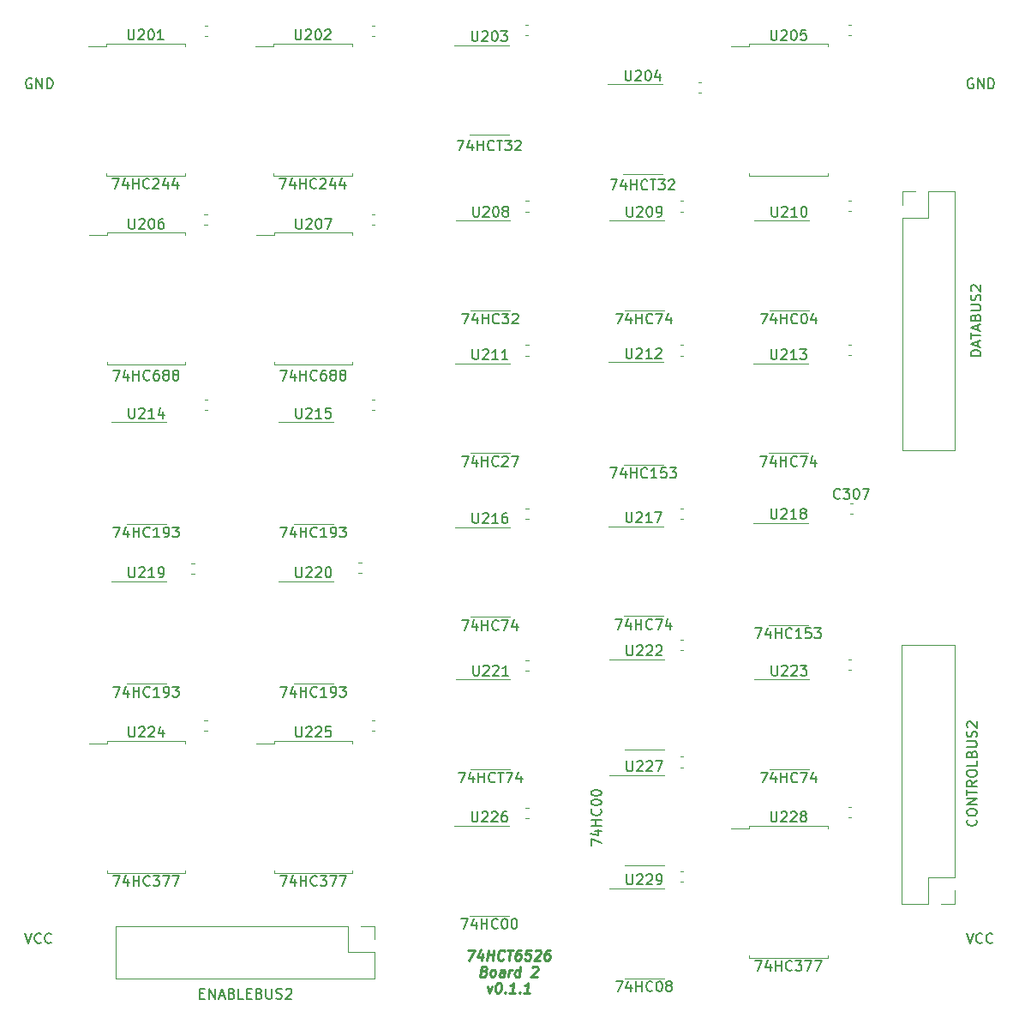
<source format=gbr>
%TF.GenerationSoftware,KiCad,Pcbnew,(6.0.5)*%
%TF.CreationDate,2022-09-09T10:51:33+02:00*%
%TF.ProjectId,B2,42322e6b-6963-4616-945f-706362585858,rev?*%
%TF.SameCoordinates,Original*%
%TF.FileFunction,Legend,Top*%
%TF.FilePolarity,Positive*%
%FSLAX46Y46*%
G04 Gerber Fmt 4.6, Leading zero omitted, Abs format (unit mm)*
G04 Created by KiCad (PCBNEW (6.0.5)) date 2022-09-09 10:51:33*
%MOMM*%
%LPD*%
G01*
G04 APERTURE LIST*
%ADD10C,0.250000*%
%ADD11C,0.150000*%
%ADD12C,0.120000*%
G04 APERTURE END LIST*
D10*
X145771279Y-138558380D02*
X146437946Y-138558380D01*
X145884375Y-139558380D01*
X147205803Y-138891714D02*
X147122470Y-139558380D01*
X147015327Y-138510761D02*
X146687946Y-139225047D01*
X147306994Y-139225047D01*
X147646279Y-139558380D02*
X147771279Y-138558380D01*
X147711755Y-139034571D02*
X148283184Y-139034571D01*
X148217708Y-139558380D02*
X148342708Y-138558380D01*
X149277232Y-139463142D02*
X149223660Y-139510761D01*
X149074851Y-139558380D01*
X148979613Y-139558380D01*
X148842708Y-139510761D01*
X148759375Y-139415523D01*
X148723660Y-139320285D01*
X148699851Y-139129809D01*
X148717708Y-138986952D01*
X148789136Y-138796476D01*
X148848660Y-138701238D01*
X148955803Y-138606000D01*
X149104613Y-138558380D01*
X149199851Y-138558380D01*
X149336755Y-138606000D01*
X149378422Y-138653619D01*
X149676041Y-138558380D02*
X150247470Y-138558380D01*
X149836755Y-139558380D02*
X149961755Y-138558380D01*
X151009375Y-138558380D02*
X150818898Y-138558380D01*
X150717708Y-138606000D01*
X150664136Y-138653619D01*
X150551041Y-138796476D01*
X150479613Y-138986952D01*
X150431994Y-139367904D01*
X150467708Y-139463142D01*
X150509375Y-139510761D01*
X150598660Y-139558380D01*
X150789136Y-139558380D01*
X150890327Y-139510761D01*
X150943898Y-139463142D01*
X151003422Y-139367904D01*
X151033184Y-139129809D01*
X150997470Y-139034571D01*
X150955803Y-138986952D01*
X150866517Y-138939333D01*
X150676041Y-138939333D01*
X150574851Y-138986952D01*
X150521279Y-139034571D01*
X150461755Y-139129809D01*
X152009375Y-138558380D02*
X151533184Y-138558380D01*
X151426041Y-139034571D01*
X151479613Y-138986952D01*
X151580803Y-138939333D01*
X151818898Y-138939333D01*
X151908184Y-138986952D01*
X151949851Y-139034571D01*
X151985565Y-139129809D01*
X151955803Y-139367904D01*
X151896279Y-139463142D01*
X151842708Y-139510761D01*
X151741517Y-139558380D01*
X151503422Y-139558380D01*
X151414136Y-139510761D01*
X151372470Y-139463142D01*
X152426041Y-138653619D02*
X152479613Y-138606000D01*
X152580803Y-138558380D01*
X152818898Y-138558380D01*
X152908184Y-138606000D01*
X152949851Y-138653619D01*
X152985565Y-138748857D01*
X152973660Y-138844095D01*
X152908184Y-138986952D01*
X152265327Y-139558380D01*
X152884375Y-139558380D01*
X153866517Y-138558380D02*
X153676041Y-138558380D01*
X153574851Y-138606000D01*
X153521279Y-138653619D01*
X153408184Y-138796476D01*
X153336755Y-138986952D01*
X153289136Y-139367904D01*
X153324851Y-139463142D01*
X153366517Y-139510761D01*
X153455803Y-139558380D01*
X153646279Y-139558380D01*
X153747470Y-139510761D01*
X153801041Y-139463142D01*
X153860565Y-139367904D01*
X153890327Y-139129809D01*
X153854613Y-139034571D01*
X153812946Y-138986952D01*
X153723660Y-138939333D01*
X153533184Y-138939333D01*
X153431994Y-138986952D01*
X153378422Y-139034571D01*
X153318898Y-139129809D01*
X147378422Y-140644571D02*
X147515327Y-140692190D01*
X147556994Y-140739809D01*
X147592708Y-140835047D01*
X147574851Y-140977904D01*
X147515327Y-141073142D01*
X147461755Y-141120761D01*
X147360565Y-141168380D01*
X146979613Y-141168380D01*
X147104613Y-140168380D01*
X147437946Y-140168380D01*
X147527232Y-140216000D01*
X147568898Y-140263619D01*
X147604613Y-140358857D01*
X147592708Y-140454095D01*
X147533184Y-140549333D01*
X147479613Y-140596952D01*
X147378422Y-140644571D01*
X147045089Y-140644571D01*
X148122470Y-141168380D02*
X148033184Y-141120761D01*
X147991517Y-141073142D01*
X147955803Y-140977904D01*
X147991517Y-140692190D01*
X148051041Y-140596952D01*
X148104613Y-140549333D01*
X148205803Y-140501714D01*
X148348660Y-140501714D01*
X148437946Y-140549333D01*
X148479613Y-140596952D01*
X148515327Y-140692190D01*
X148479613Y-140977904D01*
X148420089Y-141073142D01*
X148366517Y-141120761D01*
X148265327Y-141168380D01*
X148122470Y-141168380D01*
X149312946Y-141168380D02*
X149378422Y-140644571D01*
X149342708Y-140549333D01*
X149253422Y-140501714D01*
X149062946Y-140501714D01*
X148961755Y-140549333D01*
X149318898Y-141120761D02*
X149217708Y-141168380D01*
X148979613Y-141168380D01*
X148890327Y-141120761D01*
X148854613Y-141025523D01*
X148866517Y-140930285D01*
X148926041Y-140835047D01*
X149027232Y-140787428D01*
X149265327Y-140787428D01*
X149366517Y-140739809D01*
X149789136Y-141168380D02*
X149872470Y-140501714D01*
X149848660Y-140692190D02*
X149908184Y-140596952D01*
X149961755Y-140549333D01*
X150062946Y-140501714D01*
X150158184Y-140501714D01*
X150836755Y-141168380D02*
X150961755Y-140168380D01*
X150842708Y-141120761D02*
X150741517Y-141168380D01*
X150551041Y-141168380D01*
X150461755Y-141120761D01*
X150420089Y-141073142D01*
X150384375Y-140977904D01*
X150420089Y-140692190D01*
X150479613Y-140596952D01*
X150533184Y-140549333D01*
X150634375Y-140501714D01*
X150824851Y-140501714D01*
X150914136Y-140549333D01*
X152140327Y-140263619D02*
X152193898Y-140216000D01*
X152295089Y-140168380D01*
X152533184Y-140168380D01*
X152622470Y-140216000D01*
X152664136Y-140263619D01*
X152699851Y-140358857D01*
X152687946Y-140454095D01*
X152622470Y-140596952D01*
X151979613Y-141168380D01*
X152598660Y-141168380D01*
X147705803Y-142111714D02*
X147860565Y-142778380D01*
X148181994Y-142111714D01*
X148795089Y-141778380D02*
X148890327Y-141778380D01*
X148979613Y-141826000D01*
X149021279Y-141873619D01*
X149056994Y-141968857D01*
X149080803Y-142159333D01*
X149051041Y-142397428D01*
X148979613Y-142587904D01*
X148920089Y-142683142D01*
X148866517Y-142730761D01*
X148765327Y-142778380D01*
X148670089Y-142778380D01*
X148580803Y-142730761D01*
X148539136Y-142683142D01*
X148503422Y-142587904D01*
X148479613Y-142397428D01*
X148509375Y-142159333D01*
X148580803Y-141968857D01*
X148640327Y-141873619D01*
X148693898Y-141826000D01*
X148795089Y-141778380D01*
X149443898Y-142683142D02*
X149485565Y-142730761D01*
X149431994Y-142778380D01*
X149390327Y-142730761D01*
X149443898Y-142683142D01*
X149431994Y-142778380D01*
X150431994Y-142778380D02*
X149860565Y-142778380D01*
X150146279Y-142778380D02*
X150271279Y-141778380D01*
X150158184Y-141921238D01*
X150051041Y-142016476D01*
X149949851Y-142064095D01*
X150872470Y-142683142D02*
X150914136Y-142730761D01*
X150860565Y-142778380D01*
X150818898Y-142730761D01*
X150872470Y-142683142D01*
X150860565Y-142778380D01*
X151860565Y-142778380D02*
X151289136Y-142778380D01*
X151574851Y-142778380D02*
X151699851Y-141778380D01*
X151586755Y-141921238D01*
X151479613Y-142016476D01*
X151378422Y-142064095D01*
D11*
%TO.C,U212*%
X161412134Y-79147980D02*
X161412134Y-79957504D01*
X161459753Y-80052742D01*
X161507372Y-80100361D01*
X161602610Y-80147980D01*
X161793086Y-80147980D01*
X161888324Y-80100361D01*
X161935943Y-80052742D01*
X161983562Y-79957504D01*
X161983562Y-79147980D01*
X162412134Y-79243219D02*
X162459753Y-79195600D01*
X162554991Y-79147980D01*
X162793086Y-79147980D01*
X162888324Y-79195600D01*
X162935943Y-79243219D01*
X162983562Y-79338457D01*
X162983562Y-79433695D01*
X162935943Y-79576552D01*
X162364515Y-80147980D01*
X162983562Y-80147980D01*
X163935943Y-80147980D02*
X163364515Y-80147980D01*
X163650229Y-80147980D02*
X163650229Y-79147980D01*
X163554991Y-79290838D01*
X163459753Y-79386076D01*
X163364515Y-79433695D01*
X164316896Y-79243219D02*
X164364515Y-79195600D01*
X164459753Y-79147980D01*
X164697848Y-79147980D01*
X164793086Y-79195600D01*
X164840705Y-79243219D01*
X164888324Y-79338457D01*
X164888324Y-79433695D01*
X164840705Y-79576552D01*
X164269277Y-80147980D01*
X164888324Y-80147980D01*
X159864515Y-90947980D02*
X160531181Y-90947980D01*
X160102610Y-91947980D01*
X161340705Y-91281314D02*
X161340705Y-91947980D01*
X161102610Y-90900361D02*
X160864515Y-91614647D01*
X161483562Y-91614647D01*
X161864515Y-91947980D02*
X161864515Y-90947980D01*
X161864515Y-91424171D02*
X162435943Y-91424171D01*
X162435943Y-91947980D02*
X162435943Y-90947980D01*
X163483562Y-91852742D02*
X163435943Y-91900361D01*
X163293086Y-91947980D01*
X163197848Y-91947980D01*
X163054991Y-91900361D01*
X162959753Y-91805123D01*
X162912134Y-91709885D01*
X162864515Y-91519409D01*
X162864515Y-91376552D01*
X162912134Y-91186076D01*
X162959753Y-91090838D01*
X163054991Y-90995600D01*
X163197848Y-90947980D01*
X163293086Y-90947980D01*
X163435943Y-90995600D01*
X163483562Y-91043219D01*
X164435943Y-91947980D02*
X163864515Y-91947980D01*
X164150229Y-91947980D02*
X164150229Y-90947980D01*
X164054991Y-91090838D01*
X163959753Y-91186076D01*
X163864515Y-91233695D01*
X165340705Y-90947980D02*
X164864515Y-90947980D01*
X164816896Y-91424171D01*
X164864515Y-91376552D01*
X164959753Y-91328933D01*
X165197848Y-91328933D01*
X165293086Y-91376552D01*
X165340705Y-91424171D01*
X165388324Y-91519409D01*
X165388324Y-91757504D01*
X165340705Y-91852742D01*
X165293086Y-91900361D01*
X165197848Y-91947980D01*
X164959753Y-91947980D01*
X164864515Y-91900361D01*
X164816896Y-91852742D01*
X165721658Y-90947980D02*
X166340705Y-90947980D01*
X166007372Y-91328933D01*
X166150229Y-91328933D01*
X166245467Y-91376552D01*
X166293086Y-91424171D01*
X166340705Y-91519409D01*
X166340705Y-91757504D01*
X166293086Y-91852742D01*
X166245467Y-91900361D01*
X166150229Y-91947980D01*
X165864515Y-91947980D01*
X165769277Y-91900361D01*
X165721658Y-91852742D01*
%TO.C,U214*%
X112272125Y-85050380D02*
X112272125Y-85859904D01*
X112319744Y-85955142D01*
X112367363Y-86002761D01*
X112462601Y-86050380D01*
X112653077Y-86050380D01*
X112748315Y-86002761D01*
X112795934Y-85955142D01*
X112843553Y-85859904D01*
X112843553Y-85050380D01*
X113272125Y-85145619D02*
X113319744Y-85098000D01*
X113414982Y-85050380D01*
X113653077Y-85050380D01*
X113748315Y-85098000D01*
X113795934Y-85145619D01*
X113843553Y-85240857D01*
X113843553Y-85336095D01*
X113795934Y-85478952D01*
X113224506Y-86050380D01*
X113843553Y-86050380D01*
X114795934Y-86050380D02*
X114224506Y-86050380D01*
X114510220Y-86050380D02*
X114510220Y-85050380D01*
X114414982Y-85193238D01*
X114319744Y-85288476D01*
X114224506Y-85336095D01*
X115653077Y-85383714D02*
X115653077Y-86050380D01*
X115414982Y-85002761D02*
X115176887Y-85717047D01*
X115795934Y-85717047D01*
X110724506Y-96806580D02*
X111391172Y-96806580D01*
X110962601Y-97806580D01*
X112200696Y-97139914D02*
X112200696Y-97806580D01*
X111962601Y-96758961D02*
X111724506Y-97473247D01*
X112343553Y-97473247D01*
X112724506Y-97806580D02*
X112724506Y-96806580D01*
X112724506Y-97282771D02*
X113295934Y-97282771D01*
X113295934Y-97806580D02*
X113295934Y-96806580D01*
X114343553Y-97711342D02*
X114295934Y-97758961D01*
X114153077Y-97806580D01*
X114057839Y-97806580D01*
X113914982Y-97758961D01*
X113819744Y-97663723D01*
X113772125Y-97568485D01*
X113724506Y-97378009D01*
X113724506Y-97235152D01*
X113772125Y-97044676D01*
X113819744Y-96949438D01*
X113914982Y-96854200D01*
X114057839Y-96806580D01*
X114153077Y-96806580D01*
X114295934Y-96854200D01*
X114343553Y-96901819D01*
X115295934Y-97806580D02*
X114724506Y-97806580D01*
X115010220Y-97806580D02*
X115010220Y-96806580D01*
X114914982Y-96949438D01*
X114819744Y-97044676D01*
X114724506Y-97092295D01*
X115772125Y-97806580D02*
X115962601Y-97806580D01*
X116057839Y-97758961D01*
X116105458Y-97711342D01*
X116200696Y-97568485D01*
X116248315Y-97378009D01*
X116248315Y-96997057D01*
X116200696Y-96901819D01*
X116153077Y-96854200D01*
X116057839Y-96806580D01*
X115867363Y-96806580D01*
X115772125Y-96854200D01*
X115724506Y-96901819D01*
X115676887Y-96997057D01*
X115676887Y-97235152D01*
X115724506Y-97330390D01*
X115772125Y-97378009D01*
X115867363Y-97425628D01*
X116057839Y-97425628D01*
X116153077Y-97378009D01*
X116200696Y-97330390D01*
X116248315Y-97235152D01*
X116581649Y-96806580D02*
X117200696Y-96806580D01*
X116867363Y-97187533D01*
X117010220Y-97187533D01*
X117105458Y-97235152D01*
X117153077Y-97282771D01*
X117200696Y-97378009D01*
X117200696Y-97616104D01*
X117153077Y-97711342D01*
X117105458Y-97758961D01*
X117010220Y-97806580D01*
X116724506Y-97806580D01*
X116629268Y-97758961D01*
X116581649Y-97711342D01*
%TO.C,U207*%
X128782125Y-66354080D02*
X128782125Y-67163604D01*
X128829744Y-67258842D01*
X128877363Y-67306461D01*
X128972601Y-67354080D01*
X129163077Y-67354080D01*
X129258315Y-67306461D01*
X129305934Y-67258842D01*
X129353553Y-67163604D01*
X129353553Y-66354080D01*
X129782125Y-66449319D02*
X129829744Y-66401700D01*
X129924982Y-66354080D01*
X130163077Y-66354080D01*
X130258315Y-66401700D01*
X130305934Y-66449319D01*
X130353553Y-66544557D01*
X130353553Y-66639795D01*
X130305934Y-66782652D01*
X129734506Y-67354080D01*
X130353553Y-67354080D01*
X130972601Y-66354080D02*
X131067839Y-66354080D01*
X131163077Y-66401700D01*
X131210696Y-66449319D01*
X131258315Y-66544557D01*
X131305934Y-66735033D01*
X131305934Y-66973128D01*
X131258315Y-67163604D01*
X131210696Y-67258842D01*
X131163077Y-67306461D01*
X131067839Y-67354080D01*
X130972601Y-67354080D01*
X130877363Y-67306461D01*
X130829744Y-67258842D01*
X130782125Y-67163604D01*
X130734506Y-66973128D01*
X130734506Y-66735033D01*
X130782125Y-66544557D01*
X130829744Y-66449319D01*
X130877363Y-66401700D01*
X130972601Y-66354080D01*
X131639268Y-66354080D02*
X132305934Y-66354080D01*
X131877363Y-67354080D01*
X127217895Y-81316580D02*
X127884561Y-81316580D01*
X127455990Y-82316580D01*
X128694085Y-81649914D02*
X128694085Y-82316580D01*
X128455990Y-81268961D02*
X128217895Y-81983247D01*
X128836942Y-81983247D01*
X129217895Y-82316580D02*
X129217895Y-81316580D01*
X129217895Y-81792771D02*
X129789323Y-81792771D01*
X129789323Y-82316580D02*
X129789323Y-81316580D01*
X130836942Y-82221342D02*
X130789323Y-82268961D01*
X130646466Y-82316580D01*
X130551228Y-82316580D01*
X130408371Y-82268961D01*
X130313133Y-82173723D01*
X130265514Y-82078485D01*
X130217895Y-81888009D01*
X130217895Y-81745152D01*
X130265514Y-81554676D01*
X130313133Y-81459438D01*
X130408371Y-81364200D01*
X130551228Y-81316580D01*
X130646466Y-81316580D01*
X130789323Y-81364200D01*
X130836942Y-81411819D01*
X131694085Y-81316580D02*
X131503609Y-81316580D01*
X131408371Y-81364200D01*
X131360752Y-81411819D01*
X131265514Y-81554676D01*
X131217895Y-81745152D01*
X131217895Y-82126104D01*
X131265514Y-82221342D01*
X131313133Y-82268961D01*
X131408371Y-82316580D01*
X131598847Y-82316580D01*
X131694085Y-82268961D01*
X131741704Y-82221342D01*
X131789323Y-82126104D01*
X131789323Y-81888009D01*
X131741704Y-81792771D01*
X131694085Y-81745152D01*
X131598847Y-81697533D01*
X131408371Y-81697533D01*
X131313133Y-81745152D01*
X131265514Y-81792771D01*
X131217895Y-81888009D01*
X132360752Y-81745152D02*
X132265514Y-81697533D01*
X132217895Y-81649914D01*
X132170276Y-81554676D01*
X132170276Y-81507057D01*
X132217895Y-81411819D01*
X132265514Y-81364200D01*
X132360752Y-81316580D01*
X132551228Y-81316580D01*
X132646466Y-81364200D01*
X132694085Y-81411819D01*
X132741704Y-81507057D01*
X132741704Y-81554676D01*
X132694085Y-81649914D01*
X132646466Y-81697533D01*
X132551228Y-81745152D01*
X132360752Y-81745152D01*
X132265514Y-81792771D01*
X132217895Y-81840390D01*
X132170276Y-81935628D01*
X132170276Y-82126104D01*
X132217895Y-82221342D01*
X132265514Y-82268961D01*
X132360752Y-82316580D01*
X132551228Y-82316580D01*
X132646466Y-82268961D01*
X132694085Y-82221342D01*
X132741704Y-82126104D01*
X132741704Y-81935628D01*
X132694085Y-81840390D01*
X132646466Y-81792771D01*
X132551228Y-81745152D01*
X133313133Y-81745152D02*
X133217895Y-81697533D01*
X133170276Y-81649914D01*
X133122657Y-81554676D01*
X133122657Y-81507057D01*
X133170276Y-81411819D01*
X133217895Y-81364200D01*
X133313133Y-81316580D01*
X133503609Y-81316580D01*
X133598847Y-81364200D01*
X133646466Y-81411819D01*
X133694085Y-81507057D01*
X133694085Y-81554676D01*
X133646466Y-81649914D01*
X133598847Y-81697533D01*
X133503609Y-81745152D01*
X133313133Y-81745152D01*
X133217895Y-81792771D01*
X133170276Y-81840390D01*
X133122657Y-81935628D01*
X133122657Y-82126104D01*
X133170276Y-82221342D01*
X133217895Y-82268961D01*
X133313133Y-82316580D01*
X133503609Y-82316580D01*
X133598847Y-82268961D01*
X133646466Y-82221342D01*
X133694085Y-82126104D01*
X133694085Y-81935628D01*
X133646466Y-81840390D01*
X133598847Y-81792771D01*
X133503609Y-81745152D01*
%TO.C,U223*%
X175772125Y-110455454D02*
X175772125Y-111264978D01*
X175819744Y-111360216D01*
X175867363Y-111407835D01*
X175962601Y-111455454D01*
X176153077Y-111455454D01*
X176248315Y-111407835D01*
X176295934Y-111360216D01*
X176343553Y-111264978D01*
X176343553Y-110455454D01*
X176772125Y-110550693D02*
X176819744Y-110503074D01*
X176914982Y-110455454D01*
X177153077Y-110455454D01*
X177248315Y-110503074D01*
X177295934Y-110550693D01*
X177343553Y-110645931D01*
X177343553Y-110741169D01*
X177295934Y-110884026D01*
X176724506Y-111455454D01*
X177343553Y-111455454D01*
X177724506Y-110550693D02*
X177772125Y-110503074D01*
X177867363Y-110455454D01*
X178105458Y-110455454D01*
X178200696Y-110503074D01*
X178248315Y-110550693D01*
X178295934Y-110645931D01*
X178295934Y-110741169D01*
X178248315Y-110884026D01*
X177676887Y-111455454D01*
X178295934Y-111455454D01*
X178629268Y-110455454D02*
X179248315Y-110455454D01*
X178914982Y-110836407D01*
X179057839Y-110836407D01*
X179153077Y-110884026D01*
X179200696Y-110931645D01*
X179248315Y-111026883D01*
X179248315Y-111264978D01*
X179200696Y-111360216D01*
X179153077Y-111407835D01*
X179057839Y-111455454D01*
X178772125Y-111455454D01*
X178676887Y-111407835D01*
X178629268Y-111360216D01*
X174700696Y-121015454D02*
X175367363Y-121015454D01*
X174938791Y-122015454D01*
X176176887Y-121348788D02*
X176176887Y-122015454D01*
X175938791Y-120967835D02*
X175700696Y-121682121D01*
X176319744Y-121682121D01*
X176700696Y-122015454D02*
X176700696Y-121015454D01*
X176700696Y-121491645D02*
X177272125Y-121491645D01*
X177272125Y-122015454D02*
X177272125Y-121015454D01*
X178319744Y-121920216D02*
X178272125Y-121967835D01*
X178129268Y-122015454D01*
X178034030Y-122015454D01*
X177891172Y-121967835D01*
X177795934Y-121872597D01*
X177748315Y-121777359D01*
X177700696Y-121586883D01*
X177700696Y-121444026D01*
X177748315Y-121253550D01*
X177795934Y-121158312D01*
X177891172Y-121063074D01*
X178034030Y-121015454D01*
X178129268Y-121015454D01*
X178272125Y-121063074D01*
X178319744Y-121110693D01*
X178653077Y-121015454D02*
X179319744Y-121015454D01*
X178891172Y-122015454D01*
X180129268Y-121348788D02*
X180129268Y-122015454D01*
X179891172Y-120967835D02*
X179653077Y-121682121D01*
X180272125Y-121682121D01*
%TO.C,GND102*%
X195663095Y-52550000D02*
X195567857Y-52502380D01*
X195425000Y-52502380D01*
X195282142Y-52550000D01*
X195186904Y-52645238D01*
X195139285Y-52740476D01*
X195091666Y-52930952D01*
X195091666Y-53073809D01*
X195139285Y-53264285D01*
X195186904Y-53359523D01*
X195282142Y-53454761D01*
X195425000Y-53502380D01*
X195520238Y-53502380D01*
X195663095Y-53454761D01*
X195710714Y-53407142D01*
X195710714Y-53073809D01*
X195520238Y-53073809D01*
X196139285Y-53502380D02*
X196139285Y-52502380D01*
X196710714Y-53502380D01*
X196710714Y-52502380D01*
X197186904Y-53502380D02*
X197186904Y-52502380D01*
X197425000Y-52502380D01*
X197567857Y-52550000D01*
X197663095Y-52645238D01*
X197710714Y-52740476D01*
X197758333Y-52930952D01*
X197758333Y-53073809D01*
X197710714Y-53264285D01*
X197663095Y-53359523D01*
X197567857Y-53454761D01*
X197425000Y-53502380D01*
X197186904Y-53502380D01*
%TO.C,U205*%
X175721325Y-47728380D02*
X175721325Y-48537904D01*
X175768944Y-48633142D01*
X175816563Y-48680761D01*
X175911801Y-48728380D01*
X176102277Y-48728380D01*
X176197515Y-48680761D01*
X176245134Y-48633142D01*
X176292753Y-48537904D01*
X176292753Y-47728380D01*
X176721325Y-47823619D02*
X176768944Y-47776000D01*
X176864182Y-47728380D01*
X177102277Y-47728380D01*
X177197515Y-47776000D01*
X177245134Y-47823619D01*
X177292753Y-47918857D01*
X177292753Y-48014095D01*
X177245134Y-48156952D01*
X176673706Y-48728380D01*
X177292753Y-48728380D01*
X177911801Y-47728380D02*
X178007039Y-47728380D01*
X178102277Y-47776000D01*
X178149896Y-47823619D01*
X178197515Y-47918857D01*
X178245134Y-48109333D01*
X178245134Y-48347428D01*
X178197515Y-48537904D01*
X178149896Y-48633142D01*
X178102277Y-48680761D01*
X178007039Y-48728380D01*
X177911801Y-48728380D01*
X177816563Y-48680761D01*
X177768944Y-48633142D01*
X177721325Y-48537904D01*
X177673706Y-48347428D01*
X177673706Y-48109333D01*
X177721325Y-47918857D01*
X177768944Y-47823619D01*
X177816563Y-47776000D01*
X177911801Y-47728380D01*
X179149896Y-47728380D02*
X178673706Y-47728380D01*
X178626087Y-48204571D01*
X178673706Y-48156952D01*
X178768944Y-48109333D01*
X179007039Y-48109333D01*
X179102277Y-48156952D01*
X179149896Y-48204571D01*
X179197515Y-48299809D01*
X179197515Y-48537904D01*
X179149896Y-48633142D01*
X179102277Y-48680761D01*
X179007039Y-48728380D01*
X178768944Y-48728380D01*
X178673706Y-48680761D01*
X178626087Y-48633142D01*
%TO.C,GND101*%
X102663095Y-52550000D02*
X102567857Y-52502380D01*
X102425000Y-52502380D01*
X102282142Y-52550000D01*
X102186904Y-52645238D01*
X102139285Y-52740476D01*
X102091666Y-52930952D01*
X102091666Y-53073809D01*
X102139285Y-53264285D01*
X102186904Y-53359523D01*
X102282142Y-53454761D01*
X102425000Y-53502380D01*
X102520238Y-53502380D01*
X102663095Y-53454761D01*
X102710714Y-53407142D01*
X102710714Y-53073809D01*
X102520238Y-53073809D01*
X103139285Y-53502380D02*
X103139285Y-52502380D01*
X103710714Y-53502380D01*
X103710714Y-52502380D01*
X104186904Y-53502380D02*
X104186904Y-52502380D01*
X104425000Y-52502380D01*
X104567857Y-52550000D01*
X104663095Y-52645238D01*
X104710714Y-52740476D01*
X104758333Y-52930952D01*
X104758333Y-53073809D01*
X104710714Y-53264285D01*
X104663095Y-53359523D01*
X104567857Y-53454761D01*
X104425000Y-53502380D01*
X104186904Y-53502380D01*
%TO.C,U215*%
X128782125Y-85050380D02*
X128782125Y-85859904D01*
X128829744Y-85955142D01*
X128877363Y-86002761D01*
X128972601Y-86050380D01*
X129163077Y-86050380D01*
X129258315Y-86002761D01*
X129305934Y-85955142D01*
X129353553Y-85859904D01*
X129353553Y-85050380D01*
X129782125Y-85145619D02*
X129829744Y-85098000D01*
X129924982Y-85050380D01*
X130163077Y-85050380D01*
X130258315Y-85098000D01*
X130305934Y-85145619D01*
X130353553Y-85240857D01*
X130353553Y-85336095D01*
X130305934Y-85478952D01*
X129734506Y-86050380D01*
X130353553Y-86050380D01*
X131305934Y-86050380D02*
X130734506Y-86050380D01*
X131020220Y-86050380D02*
X131020220Y-85050380D01*
X130924982Y-85193238D01*
X130829744Y-85288476D01*
X130734506Y-85336095D01*
X132210696Y-85050380D02*
X131734506Y-85050380D01*
X131686887Y-85526571D01*
X131734506Y-85478952D01*
X131829744Y-85431333D01*
X132067839Y-85431333D01*
X132163077Y-85478952D01*
X132210696Y-85526571D01*
X132258315Y-85621809D01*
X132258315Y-85859904D01*
X132210696Y-85955142D01*
X132163077Y-86002761D01*
X132067839Y-86050380D01*
X131829744Y-86050380D01*
X131734506Y-86002761D01*
X131686887Y-85955142D01*
X127234506Y-96806580D02*
X127901172Y-96806580D01*
X127472601Y-97806580D01*
X128710696Y-97139914D02*
X128710696Y-97806580D01*
X128472601Y-96758961D02*
X128234506Y-97473247D01*
X128853553Y-97473247D01*
X129234506Y-97806580D02*
X129234506Y-96806580D01*
X129234506Y-97282771D02*
X129805934Y-97282771D01*
X129805934Y-97806580D02*
X129805934Y-96806580D01*
X130853553Y-97711342D02*
X130805934Y-97758961D01*
X130663077Y-97806580D01*
X130567839Y-97806580D01*
X130424982Y-97758961D01*
X130329744Y-97663723D01*
X130282125Y-97568485D01*
X130234506Y-97378009D01*
X130234506Y-97235152D01*
X130282125Y-97044676D01*
X130329744Y-96949438D01*
X130424982Y-96854200D01*
X130567839Y-96806580D01*
X130663077Y-96806580D01*
X130805934Y-96854200D01*
X130853553Y-96901819D01*
X131805934Y-97806580D02*
X131234506Y-97806580D01*
X131520220Y-97806580D02*
X131520220Y-96806580D01*
X131424982Y-96949438D01*
X131329744Y-97044676D01*
X131234506Y-97092295D01*
X132282125Y-97806580D02*
X132472601Y-97806580D01*
X132567839Y-97758961D01*
X132615458Y-97711342D01*
X132710696Y-97568485D01*
X132758315Y-97378009D01*
X132758315Y-96997057D01*
X132710696Y-96901819D01*
X132663077Y-96854200D01*
X132567839Y-96806580D01*
X132377363Y-96806580D01*
X132282125Y-96854200D01*
X132234506Y-96901819D01*
X132186887Y-96997057D01*
X132186887Y-97235152D01*
X132234506Y-97330390D01*
X132282125Y-97378009D01*
X132377363Y-97425628D01*
X132567839Y-97425628D01*
X132663077Y-97378009D01*
X132710696Y-97330390D01*
X132758315Y-97235152D01*
X133091649Y-96806580D02*
X133710696Y-96806580D01*
X133377363Y-97187533D01*
X133520220Y-97187533D01*
X133615458Y-97235152D01*
X133663077Y-97282771D01*
X133710696Y-97378009D01*
X133710696Y-97616104D01*
X133663077Y-97711342D01*
X133615458Y-97758961D01*
X133520220Y-97806580D01*
X133234506Y-97806580D01*
X133139268Y-97758961D01*
X133091649Y-97711342D01*
%TO.C,VCC102*%
X195016666Y-136902380D02*
X195350000Y-137902380D01*
X195683333Y-136902380D01*
X196588095Y-137807142D02*
X196540476Y-137854761D01*
X196397619Y-137902380D01*
X196302380Y-137902380D01*
X196159523Y-137854761D01*
X196064285Y-137759523D01*
X196016666Y-137664285D01*
X195969047Y-137473809D01*
X195969047Y-137330952D01*
X196016666Y-137140476D01*
X196064285Y-137045238D01*
X196159523Y-136950000D01*
X196302380Y-136902380D01*
X196397619Y-136902380D01*
X196540476Y-136950000D01*
X196588095Y-136997619D01*
X197588095Y-137807142D02*
X197540476Y-137854761D01*
X197397619Y-137902380D01*
X197302380Y-137902380D01*
X197159523Y-137854761D01*
X197064285Y-137759523D01*
X197016666Y-137664285D01*
X196969047Y-137473809D01*
X196969047Y-137330952D01*
X197016666Y-137140476D01*
X197064285Y-137045238D01*
X197159523Y-136950000D01*
X197302380Y-136902380D01*
X197397619Y-136902380D01*
X197540476Y-136950000D01*
X197588095Y-136997619D01*
%TO.C,U225*%
X128782125Y-116511580D02*
X128782125Y-117321104D01*
X128829744Y-117416342D01*
X128877363Y-117463961D01*
X128972601Y-117511580D01*
X129163077Y-117511580D01*
X129258315Y-117463961D01*
X129305934Y-117416342D01*
X129353553Y-117321104D01*
X129353553Y-116511580D01*
X129782125Y-116606819D02*
X129829744Y-116559200D01*
X129924982Y-116511580D01*
X130163077Y-116511580D01*
X130258315Y-116559200D01*
X130305934Y-116606819D01*
X130353553Y-116702057D01*
X130353553Y-116797295D01*
X130305934Y-116940152D01*
X129734506Y-117511580D01*
X130353553Y-117511580D01*
X130734506Y-116606819D02*
X130782125Y-116559200D01*
X130877363Y-116511580D01*
X131115458Y-116511580D01*
X131210696Y-116559200D01*
X131258315Y-116606819D01*
X131305934Y-116702057D01*
X131305934Y-116797295D01*
X131258315Y-116940152D01*
X130686887Y-117511580D01*
X131305934Y-117511580D01*
X132210696Y-116511580D02*
X131734506Y-116511580D01*
X131686887Y-116987771D01*
X131734506Y-116940152D01*
X131829744Y-116892533D01*
X132067839Y-116892533D01*
X132163077Y-116940152D01*
X132210696Y-116987771D01*
X132258315Y-117083009D01*
X132258315Y-117321104D01*
X132210696Y-117416342D01*
X132163077Y-117463961D01*
X132067839Y-117511580D01*
X131829744Y-117511580D01*
X131734506Y-117463961D01*
X131686887Y-117416342D01*
X127234506Y-131211580D02*
X127901172Y-131211580D01*
X127472601Y-132211580D01*
X128710696Y-131544914D02*
X128710696Y-132211580D01*
X128472601Y-131163961D02*
X128234506Y-131878247D01*
X128853553Y-131878247D01*
X129234506Y-132211580D02*
X129234506Y-131211580D01*
X129234506Y-131687771D02*
X129805934Y-131687771D01*
X129805934Y-132211580D02*
X129805934Y-131211580D01*
X130853553Y-132116342D02*
X130805934Y-132163961D01*
X130663077Y-132211580D01*
X130567839Y-132211580D01*
X130424982Y-132163961D01*
X130329744Y-132068723D01*
X130282125Y-131973485D01*
X130234506Y-131783009D01*
X130234506Y-131640152D01*
X130282125Y-131449676D01*
X130329744Y-131354438D01*
X130424982Y-131259200D01*
X130567839Y-131211580D01*
X130663077Y-131211580D01*
X130805934Y-131259200D01*
X130853553Y-131306819D01*
X131186887Y-131211580D02*
X131805934Y-131211580D01*
X131472601Y-131592533D01*
X131615458Y-131592533D01*
X131710696Y-131640152D01*
X131758315Y-131687771D01*
X131805934Y-131783009D01*
X131805934Y-132021104D01*
X131758315Y-132116342D01*
X131710696Y-132163961D01*
X131615458Y-132211580D01*
X131329744Y-132211580D01*
X131234506Y-132163961D01*
X131186887Y-132116342D01*
X132139268Y-131211580D02*
X132805934Y-131211580D01*
X132377363Y-132211580D01*
X133091649Y-131211580D02*
X133758315Y-131211580D01*
X133329744Y-132211580D01*
%TO.C,U204*%
X161328314Y-51703380D02*
X161328314Y-52512904D01*
X161375933Y-52608142D01*
X161423552Y-52655761D01*
X161518790Y-52703380D01*
X161709266Y-52703380D01*
X161804504Y-52655761D01*
X161852123Y-52608142D01*
X161899742Y-52512904D01*
X161899742Y-51703380D01*
X162328314Y-51798619D02*
X162375933Y-51751000D01*
X162471171Y-51703380D01*
X162709266Y-51703380D01*
X162804504Y-51751000D01*
X162852123Y-51798619D01*
X162899742Y-51893857D01*
X162899742Y-51989095D01*
X162852123Y-52131952D01*
X162280695Y-52703380D01*
X162899742Y-52703380D01*
X163518790Y-51703380D02*
X163614028Y-51703380D01*
X163709266Y-51751000D01*
X163756885Y-51798619D01*
X163804504Y-51893857D01*
X163852123Y-52084333D01*
X163852123Y-52322428D01*
X163804504Y-52512904D01*
X163756885Y-52608142D01*
X163709266Y-52655761D01*
X163614028Y-52703380D01*
X163518790Y-52703380D01*
X163423552Y-52655761D01*
X163375933Y-52608142D01*
X163328314Y-52512904D01*
X163280695Y-52322428D01*
X163280695Y-52084333D01*
X163328314Y-51893857D01*
X163375933Y-51798619D01*
X163423552Y-51751000D01*
X163518790Y-51703380D01*
X164709266Y-52036714D02*
X164709266Y-52703380D01*
X164471171Y-51655761D02*
X164233076Y-52370047D01*
X164852123Y-52370047D01*
X159875933Y-62496780D02*
X160542600Y-62496780D01*
X160114028Y-63496780D01*
X161352123Y-62830114D02*
X161352123Y-63496780D01*
X161114028Y-62449161D02*
X160875933Y-63163447D01*
X161494980Y-63163447D01*
X161875933Y-63496780D02*
X161875933Y-62496780D01*
X161875933Y-62972971D02*
X162447361Y-62972971D01*
X162447361Y-63496780D02*
X162447361Y-62496780D01*
X163494980Y-63401542D02*
X163447361Y-63449161D01*
X163304504Y-63496780D01*
X163209266Y-63496780D01*
X163066409Y-63449161D01*
X162971171Y-63353923D01*
X162923552Y-63258685D01*
X162875933Y-63068209D01*
X162875933Y-62925352D01*
X162923552Y-62734876D01*
X162971171Y-62639638D01*
X163066409Y-62544400D01*
X163209266Y-62496780D01*
X163304504Y-62496780D01*
X163447361Y-62544400D01*
X163494980Y-62592019D01*
X163780695Y-62496780D02*
X164352123Y-62496780D01*
X164066409Y-63496780D02*
X164066409Y-62496780D01*
X164590219Y-62496780D02*
X165209266Y-62496780D01*
X164875933Y-62877733D01*
X165018790Y-62877733D01*
X165114028Y-62925352D01*
X165161647Y-62972971D01*
X165209266Y-63068209D01*
X165209266Y-63306304D01*
X165161647Y-63401542D01*
X165114028Y-63449161D01*
X165018790Y-63496780D01*
X164733076Y-63496780D01*
X164637838Y-63449161D01*
X164590219Y-63401542D01*
X165590219Y-62592019D02*
X165637838Y-62544400D01*
X165733076Y-62496780D01*
X165971171Y-62496780D01*
X166066409Y-62544400D01*
X166114028Y-62592019D01*
X166161647Y-62687257D01*
X166161647Y-62782495D01*
X166114028Y-62925352D01*
X165542600Y-63496780D01*
X166161647Y-63496780D01*
%TO.C,DATABUS2*%
X196431785Y-79909713D02*
X195431785Y-79909713D01*
X195431785Y-79671618D01*
X195479405Y-79528761D01*
X195574643Y-79433523D01*
X195669881Y-79385903D01*
X195860357Y-79338284D01*
X196003214Y-79338284D01*
X196193690Y-79385903D01*
X196288928Y-79433523D01*
X196384166Y-79528761D01*
X196431785Y-79671618D01*
X196431785Y-79909713D01*
X196146071Y-78957332D02*
X196146071Y-78481142D01*
X196431785Y-79052570D02*
X195431785Y-78719237D01*
X196431785Y-78385903D01*
X195431785Y-78195427D02*
X195431785Y-77623999D01*
X196431785Y-77909713D02*
X195431785Y-77909713D01*
X196146071Y-77338284D02*
X196146071Y-76862094D01*
X196431785Y-77433523D02*
X195431785Y-77100189D01*
X196431785Y-76766856D01*
X195907976Y-76100189D02*
X195955595Y-75957332D01*
X196003214Y-75909713D01*
X196098452Y-75862094D01*
X196241309Y-75862094D01*
X196336547Y-75909713D01*
X196384166Y-75957332D01*
X196431785Y-76052570D01*
X196431785Y-76433523D01*
X195431785Y-76433523D01*
X195431785Y-76100189D01*
X195479405Y-76004951D01*
X195527024Y-75957332D01*
X195622262Y-75909713D01*
X195717500Y-75909713D01*
X195812738Y-75957332D01*
X195860357Y-76004951D01*
X195907976Y-76100189D01*
X195907976Y-76433523D01*
X195431785Y-75433523D02*
X196241309Y-75433523D01*
X196336547Y-75385903D01*
X196384166Y-75338284D01*
X196431785Y-75243046D01*
X196431785Y-75052570D01*
X196384166Y-74957332D01*
X196336547Y-74909713D01*
X196241309Y-74862094D01*
X195431785Y-74862094D01*
X196384166Y-74433523D02*
X196431785Y-74290665D01*
X196431785Y-74052570D01*
X196384166Y-73957332D01*
X196336547Y-73909713D01*
X196241309Y-73862094D01*
X196146071Y-73862094D01*
X196050833Y-73909713D01*
X196003214Y-73957332D01*
X195955595Y-74052570D01*
X195907976Y-74243046D01*
X195860357Y-74338284D01*
X195812738Y-74385903D01*
X195717500Y-74433523D01*
X195622262Y-74433523D01*
X195527024Y-74385903D01*
X195479405Y-74338284D01*
X195431785Y-74243046D01*
X195431785Y-74004951D01*
X195479405Y-73862094D01*
X195527024Y-73481142D02*
X195479405Y-73433523D01*
X195431785Y-73338284D01*
X195431785Y-73100189D01*
X195479405Y-73004951D01*
X195527024Y-72957332D01*
X195622262Y-72909713D01*
X195717500Y-72909713D01*
X195860357Y-72957332D01*
X196431785Y-73528761D01*
X196431785Y-72909713D01*
%TO.C,U210*%
X175772125Y-65160559D02*
X175772125Y-65970083D01*
X175819744Y-66065321D01*
X175867363Y-66112940D01*
X175962601Y-66160559D01*
X176153077Y-66160559D01*
X176248315Y-66112940D01*
X176295934Y-66065321D01*
X176343553Y-65970083D01*
X176343553Y-65160559D01*
X176772125Y-65255798D02*
X176819744Y-65208179D01*
X176914982Y-65160559D01*
X177153077Y-65160559D01*
X177248315Y-65208179D01*
X177295934Y-65255798D01*
X177343553Y-65351036D01*
X177343553Y-65446274D01*
X177295934Y-65589131D01*
X176724506Y-66160559D01*
X177343553Y-66160559D01*
X178295934Y-66160559D02*
X177724506Y-66160559D01*
X178010220Y-66160559D02*
X178010220Y-65160559D01*
X177914982Y-65303417D01*
X177819744Y-65398655D01*
X177724506Y-65446274D01*
X178914982Y-65160559D02*
X179010220Y-65160559D01*
X179105458Y-65208179D01*
X179153077Y-65255798D01*
X179200696Y-65351036D01*
X179248315Y-65541512D01*
X179248315Y-65779607D01*
X179200696Y-65970083D01*
X179153077Y-66065321D01*
X179105458Y-66112940D01*
X179010220Y-66160559D01*
X178914982Y-66160559D01*
X178819744Y-66112940D01*
X178772125Y-66065321D01*
X178724506Y-65970083D01*
X178676887Y-65779607D01*
X178676887Y-65541512D01*
X178724506Y-65351036D01*
X178772125Y-65255798D01*
X178819744Y-65208179D01*
X178914982Y-65160559D01*
X174700696Y-75720559D02*
X175367363Y-75720559D01*
X174938791Y-76720559D01*
X176176887Y-76053893D02*
X176176887Y-76720559D01*
X175938791Y-75672940D02*
X175700696Y-76387226D01*
X176319744Y-76387226D01*
X176700696Y-76720559D02*
X176700696Y-75720559D01*
X176700696Y-76196750D02*
X177272125Y-76196750D01*
X177272125Y-76720559D02*
X177272125Y-75720559D01*
X178319744Y-76625321D02*
X178272125Y-76672940D01*
X178129268Y-76720559D01*
X178034030Y-76720559D01*
X177891172Y-76672940D01*
X177795934Y-76577702D01*
X177748315Y-76482464D01*
X177700696Y-76291988D01*
X177700696Y-76149131D01*
X177748315Y-75958655D01*
X177795934Y-75863417D01*
X177891172Y-75768179D01*
X178034030Y-75720559D01*
X178129268Y-75720559D01*
X178272125Y-75768179D01*
X178319744Y-75815798D01*
X178938791Y-75720559D02*
X179034030Y-75720559D01*
X179129268Y-75768179D01*
X179176887Y-75815798D01*
X179224506Y-75911036D01*
X179272125Y-76101512D01*
X179272125Y-76339607D01*
X179224506Y-76530083D01*
X179176887Y-76625321D01*
X179129268Y-76672940D01*
X179034030Y-76720559D01*
X178938791Y-76720559D01*
X178843553Y-76672940D01*
X178795934Y-76625321D01*
X178748315Y-76530083D01*
X178700696Y-76339607D01*
X178700696Y-76101512D01*
X178748315Y-75911036D01*
X178795934Y-75815798D01*
X178843553Y-75768179D01*
X178938791Y-75720559D01*
X180129268Y-76053893D02*
X180129268Y-76720559D01*
X179891172Y-75672940D02*
X179653077Y-76387226D01*
X180272125Y-76387226D01*
%TO.C,U222*%
X161462934Y-108472380D02*
X161462934Y-109281904D01*
X161510553Y-109377142D01*
X161558172Y-109424761D01*
X161653410Y-109472380D01*
X161843886Y-109472380D01*
X161939124Y-109424761D01*
X161986743Y-109377142D01*
X162034362Y-109281904D01*
X162034362Y-108472380D01*
X162462934Y-108567619D02*
X162510553Y-108520000D01*
X162605791Y-108472380D01*
X162843886Y-108472380D01*
X162939124Y-108520000D01*
X162986743Y-108567619D01*
X163034362Y-108662857D01*
X163034362Y-108758095D01*
X162986743Y-108900952D01*
X162415315Y-109472380D01*
X163034362Y-109472380D01*
X163415315Y-108567619D02*
X163462934Y-108520000D01*
X163558172Y-108472380D01*
X163796267Y-108472380D01*
X163891505Y-108520000D01*
X163939124Y-108567619D01*
X163986743Y-108662857D01*
X163986743Y-108758095D01*
X163939124Y-108900952D01*
X163367696Y-109472380D01*
X163986743Y-109472380D01*
X164367696Y-108567619D02*
X164415315Y-108520000D01*
X164510553Y-108472380D01*
X164748648Y-108472380D01*
X164843886Y-108520000D01*
X164891505Y-108567619D01*
X164939124Y-108662857D01*
X164939124Y-108758095D01*
X164891505Y-108900952D01*
X164320077Y-109472380D01*
X164939124Y-109472380D01*
%TO.C,U211*%
X146230295Y-79236980D02*
X146230295Y-80046504D01*
X146277914Y-80141742D01*
X146325533Y-80189361D01*
X146420771Y-80236980D01*
X146611247Y-80236980D01*
X146706485Y-80189361D01*
X146754104Y-80141742D01*
X146801723Y-80046504D01*
X146801723Y-79236980D01*
X147230295Y-79332219D02*
X147277914Y-79284600D01*
X147373152Y-79236980D01*
X147611247Y-79236980D01*
X147706485Y-79284600D01*
X147754104Y-79332219D01*
X147801723Y-79427457D01*
X147801723Y-79522695D01*
X147754104Y-79665552D01*
X147182676Y-80236980D01*
X147801723Y-80236980D01*
X148754104Y-80236980D02*
X148182676Y-80236980D01*
X148468390Y-80236980D02*
X148468390Y-79236980D01*
X148373152Y-79379838D01*
X148277914Y-79475076D01*
X148182676Y-79522695D01*
X149706485Y-80236980D02*
X149135057Y-80236980D01*
X149420771Y-80236980D02*
X149420771Y-79236980D01*
X149325533Y-79379838D01*
X149230295Y-79475076D01*
X149135057Y-79522695D01*
X145158866Y-89796980D02*
X145825533Y-89796980D01*
X145396961Y-90796980D01*
X146635057Y-90130314D02*
X146635057Y-90796980D01*
X146396961Y-89749361D02*
X146158866Y-90463647D01*
X146777914Y-90463647D01*
X147158866Y-90796980D02*
X147158866Y-89796980D01*
X147158866Y-90273171D02*
X147730295Y-90273171D01*
X147730295Y-90796980D02*
X147730295Y-89796980D01*
X148777914Y-90701742D02*
X148730295Y-90749361D01*
X148587438Y-90796980D01*
X148492200Y-90796980D01*
X148349342Y-90749361D01*
X148254104Y-90654123D01*
X148206485Y-90558885D01*
X148158866Y-90368409D01*
X148158866Y-90225552D01*
X148206485Y-90035076D01*
X148254104Y-89939838D01*
X148349342Y-89844600D01*
X148492200Y-89796980D01*
X148587438Y-89796980D01*
X148730295Y-89844600D01*
X148777914Y-89892219D01*
X149158866Y-89892219D02*
X149206485Y-89844600D01*
X149301723Y-89796980D01*
X149539819Y-89796980D01*
X149635057Y-89844600D01*
X149682676Y-89892219D01*
X149730295Y-89987457D01*
X149730295Y-90082695D01*
X149682676Y-90225552D01*
X149111247Y-90796980D01*
X149730295Y-90796980D01*
X150063628Y-89796980D02*
X150730295Y-89796980D01*
X150301723Y-90796980D01*
%TO.C,U209*%
X161462934Y-65160559D02*
X161462934Y-65970083D01*
X161510553Y-66065321D01*
X161558172Y-66112940D01*
X161653410Y-66160559D01*
X161843886Y-66160559D01*
X161939124Y-66112940D01*
X161986743Y-66065321D01*
X162034362Y-65970083D01*
X162034362Y-65160559D01*
X162462934Y-65255798D02*
X162510553Y-65208179D01*
X162605791Y-65160559D01*
X162843886Y-65160559D01*
X162939124Y-65208179D01*
X162986743Y-65255798D01*
X163034362Y-65351036D01*
X163034362Y-65446274D01*
X162986743Y-65589131D01*
X162415315Y-66160559D01*
X163034362Y-66160559D01*
X163653410Y-65160559D02*
X163748648Y-65160559D01*
X163843886Y-65208179D01*
X163891505Y-65255798D01*
X163939124Y-65351036D01*
X163986743Y-65541512D01*
X163986743Y-65779607D01*
X163939124Y-65970083D01*
X163891505Y-66065321D01*
X163843886Y-66112940D01*
X163748648Y-66160559D01*
X163653410Y-66160559D01*
X163558172Y-66112940D01*
X163510553Y-66065321D01*
X163462934Y-65970083D01*
X163415315Y-65779607D01*
X163415315Y-65541512D01*
X163462934Y-65351036D01*
X163510553Y-65255798D01*
X163558172Y-65208179D01*
X163653410Y-65160559D01*
X164462934Y-66160559D02*
X164653410Y-66160559D01*
X164748648Y-66112940D01*
X164796267Y-66065321D01*
X164891505Y-65922464D01*
X164939124Y-65731988D01*
X164939124Y-65351036D01*
X164891505Y-65255798D01*
X164843886Y-65208179D01*
X164748648Y-65160559D01*
X164558172Y-65160559D01*
X164462934Y-65208179D01*
X164415315Y-65255798D01*
X164367696Y-65351036D01*
X164367696Y-65589131D01*
X164415315Y-65684369D01*
X164462934Y-65731988D01*
X164558172Y-65779607D01*
X164748648Y-65779607D01*
X164843886Y-65731988D01*
X164891505Y-65684369D01*
X164939124Y-65589131D01*
X160391505Y-75720559D02*
X161058172Y-75720559D01*
X160629600Y-76720559D01*
X161867696Y-76053893D02*
X161867696Y-76720559D01*
X161629600Y-75672940D02*
X161391505Y-76387226D01*
X162010553Y-76387226D01*
X162391505Y-76720559D02*
X162391505Y-75720559D01*
X162391505Y-76196750D02*
X162962934Y-76196750D01*
X162962934Y-76720559D02*
X162962934Y-75720559D01*
X164010553Y-76625321D02*
X163962934Y-76672940D01*
X163820077Y-76720559D01*
X163724839Y-76720559D01*
X163581981Y-76672940D01*
X163486743Y-76577702D01*
X163439124Y-76482464D01*
X163391505Y-76291988D01*
X163391505Y-76149131D01*
X163439124Y-75958655D01*
X163486743Y-75863417D01*
X163581981Y-75768179D01*
X163724839Y-75720559D01*
X163820077Y-75720559D01*
X163962934Y-75768179D01*
X164010553Y-75815798D01*
X164343886Y-75720559D02*
X165010553Y-75720559D01*
X164581981Y-76720559D01*
X165820077Y-76053893D02*
X165820077Y-76720559D01*
X165581981Y-75672940D02*
X165343886Y-76387226D01*
X165962934Y-76387226D01*
%TO.C,C307*%
X182522952Y-93923142D02*
X182475333Y-93970761D01*
X182332476Y-94018380D01*
X182237238Y-94018380D01*
X182094380Y-93970761D01*
X181999142Y-93875523D01*
X181951523Y-93780285D01*
X181903904Y-93589809D01*
X181903904Y-93446952D01*
X181951523Y-93256476D01*
X181999142Y-93161238D01*
X182094380Y-93066000D01*
X182237238Y-93018380D01*
X182332476Y-93018380D01*
X182475333Y-93066000D01*
X182522952Y-93113619D01*
X182856285Y-93018380D02*
X183475333Y-93018380D01*
X183142000Y-93399333D01*
X183284857Y-93399333D01*
X183380095Y-93446952D01*
X183427714Y-93494571D01*
X183475333Y-93589809D01*
X183475333Y-93827904D01*
X183427714Y-93923142D01*
X183380095Y-93970761D01*
X183284857Y-94018380D01*
X182999142Y-94018380D01*
X182903904Y-93970761D01*
X182856285Y-93923142D01*
X184094380Y-93018380D02*
X184189619Y-93018380D01*
X184284857Y-93066000D01*
X184332476Y-93113619D01*
X184380095Y-93208857D01*
X184427714Y-93399333D01*
X184427714Y-93637428D01*
X184380095Y-93827904D01*
X184332476Y-93923142D01*
X184284857Y-93970761D01*
X184189619Y-94018380D01*
X184094380Y-94018380D01*
X183999142Y-93970761D01*
X183951523Y-93923142D01*
X183903904Y-93827904D01*
X183856285Y-93637428D01*
X183856285Y-93399333D01*
X183903904Y-93208857D01*
X183951523Y-93113619D01*
X183999142Y-93066000D01*
X184094380Y-93018380D01*
X184761047Y-93018380D02*
X185427714Y-93018380D01*
X184999142Y-94018380D01*
%TO.C,CONTROLBUS2*%
X195964009Y-125671782D02*
X196011628Y-125719401D01*
X196059247Y-125862258D01*
X196059247Y-125957496D01*
X196011628Y-126100353D01*
X195916390Y-126195592D01*
X195821152Y-126243211D01*
X195630676Y-126290830D01*
X195487819Y-126290830D01*
X195297343Y-126243211D01*
X195202105Y-126195592D01*
X195106867Y-126100353D01*
X195059247Y-125957496D01*
X195059247Y-125862258D01*
X195106867Y-125719401D01*
X195154486Y-125671782D01*
X195059247Y-125052734D02*
X195059247Y-124862258D01*
X195106867Y-124767020D01*
X195202105Y-124671782D01*
X195392581Y-124624163D01*
X195725914Y-124624163D01*
X195916390Y-124671782D01*
X196011628Y-124767020D01*
X196059247Y-124862258D01*
X196059247Y-125052734D01*
X196011628Y-125147973D01*
X195916390Y-125243211D01*
X195725914Y-125290830D01*
X195392581Y-125290830D01*
X195202105Y-125243211D01*
X195106867Y-125147973D01*
X195059247Y-125052734D01*
X196059247Y-124195592D02*
X195059247Y-124195592D01*
X196059247Y-123624163D01*
X195059247Y-123624163D01*
X195059247Y-123290830D02*
X195059247Y-122719401D01*
X196059247Y-123005115D02*
X195059247Y-123005115D01*
X196059247Y-121814639D02*
X195583057Y-122147973D01*
X196059247Y-122386068D02*
X195059247Y-122386068D01*
X195059247Y-122005115D01*
X195106867Y-121909877D01*
X195154486Y-121862258D01*
X195249724Y-121814639D01*
X195392581Y-121814639D01*
X195487819Y-121862258D01*
X195535438Y-121909877D01*
X195583057Y-122005115D01*
X195583057Y-122386068D01*
X195059247Y-121195592D02*
X195059247Y-121005115D01*
X195106867Y-120909877D01*
X195202105Y-120814639D01*
X195392581Y-120767020D01*
X195725914Y-120767020D01*
X195916390Y-120814639D01*
X196011628Y-120909877D01*
X196059247Y-121005115D01*
X196059247Y-121195592D01*
X196011628Y-121290830D01*
X195916390Y-121386068D01*
X195725914Y-121433687D01*
X195392581Y-121433687D01*
X195202105Y-121386068D01*
X195106867Y-121290830D01*
X195059247Y-121195592D01*
X196059247Y-119862258D02*
X196059247Y-120338449D01*
X195059247Y-120338449D01*
X195535438Y-119195592D02*
X195583057Y-119052734D01*
X195630676Y-119005115D01*
X195725914Y-118957496D01*
X195868771Y-118957496D01*
X195964009Y-119005115D01*
X196011628Y-119052734D01*
X196059247Y-119147973D01*
X196059247Y-119528925D01*
X195059247Y-119528925D01*
X195059247Y-119195592D01*
X195106867Y-119100353D01*
X195154486Y-119052734D01*
X195249724Y-119005115D01*
X195344962Y-119005115D01*
X195440200Y-119052734D01*
X195487819Y-119100353D01*
X195535438Y-119195592D01*
X195535438Y-119528925D01*
X195059247Y-118528925D02*
X195868771Y-118528925D01*
X195964009Y-118481306D01*
X196011628Y-118433687D01*
X196059247Y-118338449D01*
X196059247Y-118147973D01*
X196011628Y-118052734D01*
X195964009Y-118005115D01*
X195868771Y-117957496D01*
X195059247Y-117957496D01*
X196011628Y-117528925D02*
X196059247Y-117386068D01*
X196059247Y-117147973D01*
X196011628Y-117052734D01*
X195964009Y-117005115D01*
X195868771Y-116957496D01*
X195773533Y-116957496D01*
X195678295Y-117005115D01*
X195630676Y-117052734D01*
X195583057Y-117147973D01*
X195535438Y-117338449D01*
X195487819Y-117433687D01*
X195440200Y-117481306D01*
X195344962Y-117528925D01*
X195249724Y-117528925D01*
X195154486Y-117481306D01*
X195106867Y-117433687D01*
X195059247Y-117338449D01*
X195059247Y-117100353D01*
X195106867Y-116957496D01*
X195154486Y-116576544D02*
X195106867Y-116528925D01*
X195059247Y-116433687D01*
X195059247Y-116195592D01*
X195106867Y-116100353D01*
X195154486Y-116052734D01*
X195249724Y-116005115D01*
X195344962Y-116005115D01*
X195487819Y-116052734D01*
X196059247Y-116624163D01*
X196059247Y-116005115D01*
%TO.C,VCC101*%
X102016666Y-136902380D02*
X102350000Y-137902380D01*
X102683333Y-136902380D01*
X103588095Y-137807142D02*
X103540476Y-137854761D01*
X103397619Y-137902380D01*
X103302380Y-137902380D01*
X103159523Y-137854761D01*
X103064285Y-137759523D01*
X103016666Y-137664285D01*
X102969047Y-137473809D01*
X102969047Y-137330952D01*
X103016666Y-137140476D01*
X103064285Y-137045238D01*
X103159523Y-136950000D01*
X103302380Y-136902380D01*
X103397619Y-136902380D01*
X103540476Y-136950000D01*
X103588095Y-136997619D01*
X104588095Y-137807142D02*
X104540476Y-137854761D01*
X104397619Y-137902380D01*
X104302380Y-137902380D01*
X104159523Y-137854761D01*
X104064285Y-137759523D01*
X104016666Y-137664285D01*
X103969047Y-137473809D01*
X103969047Y-137330952D01*
X104016666Y-137140476D01*
X104064285Y-137045238D01*
X104159523Y-136950000D01*
X104302380Y-136902380D01*
X104397619Y-136902380D01*
X104540476Y-136950000D01*
X104588095Y-136997619D01*
%TO.C,U229*%
X161462934Y-131078380D02*
X161462934Y-131887904D01*
X161510553Y-131983142D01*
X161558172Y-132030761D01*
X161653410Y-132078380D01*
X161843886Y-132078380D01*
X161939124Y-132030761D01*
X161986743Y-131983142D01*
X162034362Y-131887904D01*
X162034362Y-131078380D01*
X162462934Y-131173619D02*
X162510553Y-131126000D01*
X162605791Y-131078380D01*
X162843886Y-131078380D01*
X162939124Y-131126000D01*
X162986743Y-131173619D01*
X163034362Y-131268857D01*
X163034362Y-131364095D01*
X162986743Y-131506952D01*
X162415315Y-132078380D01*
X163034362Y-132078380D01*
X163415315Y-131173619D02*
X163462934Y-131126000D01*
X163558172Y-131078380D01*
X163796267Y-131078380D01*
X163891505Y-131126000D01*
X163939124Y-131173619D01*
X163986743Y-131268857D01*
X163986743Y-131364095D01*
X163939124Y-131506952D01*
X163367696Y-132078380D01*
X163986743Y-132078380D01*
X164462934Y-132078380D02*
X164653410Y-132078380D01*
X164748648Y-132030761D01*
X164796267Y-131983142D01*
X164891505Y-131840285D01*
X164939124Y-131649809D01*
X164939124Y-131268857D01*
X164891505Y-131173619D01*
X164843886Y-131126000D01*
X164748648Y-131078380D01*
X164558172Y-131078380D01*
X164462934Y-131126000D01*
X164415315Y-131173619D01*
X164367696Y-131268857D01*
X164367696Y-131506952D01*
X164415315Y-131602190D01*
X164462934Y-131649809D01*
X164558172Y-131697428D01*
X164748648Y-131697428D01*
X164843886Y-131649809D01*
X164891505Y-131602190D01*
X164939124Y-131506952D01*
X160391505Y-141638380D02*
X161058172Y-141638380D01*
X160629600Y-142638380D01*
X161867696Y-141971714D02*
X161867696Y-142638380D01*
X161629600Y-141590761D02*
X161391505Y-142305047D01*
X162010553Y-142305047D01*
X162391505Y-142638380D02*
X162391505Y-141638380D01*
X162391505Y-142114571D02*
X162962934Y-142114571D01*
X162962934Y-142638380D02*
X162962934Y-141638380D01*
X164010553Y-142543142D02*
X163962934Y-142590761D01*
X163820077Y-142638380D01*
X163724839Y-142638380D01*
X163581981Y-142590761D01*
X163486743Y-142495523D01*
X163439124Y-142400285D01*
X163391505Y-142209809D01*
X163391505Y-142066952D01*
X163439124Y-141876476D01*
X163486743Y-141781238D01*
X163581981Y-141686000D01*
X163724839Y-141638380D01*
X163820077Y-141638380D01*
X163962934Y-141686000D01*
X164010553Y-141733619D01*
X164629600Y-141638380D02*
X164724839Y-141638380D01*
X164820077Y-141686000D01*
X164867696Y-141733619D01*
X164915315Y-141828857D01*
X164962934Y-142019333D01*
X164962934Y-142257428D01*
X164915315Y-142447904D01*
X164867696Y-142543142D01*
X164820077Y-142590761D01*
X164724839Y-142638380D01*
X164629600Y-142638380D01*
X164534362Y-142590761D01*
X164486743Y-142543142D01*
X164439124Y-142447904D01*
X164391505Y-142257428D01*
X164391505Y-142019333D01*
X164439124Y-141828857D01*
X164486743Y-141733619D01*
X164534362Y-141686000D01*
X164629600Y-141638380D01*
X165534362Y-142066952D02*
X165439124Y-142019333D01*
X165391505Y-141971714D01*
X165343886Y-141876476D01*
X165343886Y-141828857D01*
X165391505Y-141733619D01*
X165439124Y-141686000D01*
X165534362Y-141638380D01*
X165724839Y-141638380D01*
X165820077Y-141686000D01*
X165867696Y-141733619D01*
X165915315Y-141828857D01*
X165915315Y-141876476D01*
X165867696Y-141971714D01*
X165820077Y-142019333D01*
X165724839Y-142066952D01*
X165534362Y-142066952D01*
X165439124Y-142114571D01*
X165391505Y-142162190D01*
X165343886Y-142257428D01*
X165343886Y-142447904D01*
X165391505Y-142543142D01*
X165439124Y-142590761D01*
X165534362Y-142638380D01*
X165724839Y-142638380D01*
X165820077Y-142590761D01*
X165867696Y-142543142D01*
X165915315Y-142447904D01*
X165915315Y-142257428D01*
X165867696Y-142162190D01*
X165820077Y-142114571D01*
X165724839Y-142066952D01*
%TO.C,U203*%
X146171875Y-47828380D02*
X146171875Y-48637904D01*
X146219494Y-48733142D01*
X146267113Y-48780761D01*
X146362351Y-48828380D01*
X146552827Y-48828380D01*
X146648065Y-48780761D01*
X146695684Y-48733142D01*
X146743303Y-48637904D01*
X146743303Y-47828380D01*
X147171875Y-47923619D02*
X147219494Y-47876000D01*
X147314732Y-47828380D01*
X147552827Y-47828380D01*
X147648065Y-47876000D01*
X147695684Y-47923619D01*
X147743303Y-48018857D01*
X147743303Y-48114095D01*
X147695684Y-48256952D01*
X147124256Y-48828380D01*
X147743303Y-48828380D01*
X148362351Y-47828380D02*
X148457589Y-47828380D01*
X148552827Y-47876000D01*
X148600446Y-47923619D01*
X148648065Y-48018857D01*
X148695684Y-48209333D01*
X148695684Y-48447428D01*
X148648065Y-48637904D01*
X148600446Y-48733142D01*
X148552827Y-48780761D01*
X148457589Y-48828380D01*
X148362351Y-48828380D01*
X148267113Y-48780761D01*
X148219494Y-48733142D01*
X148171875Y-48637904D01*
X148124256Y-48447428D01*
X148124256Y-48209333D01*
X148171875Y-48018857D01*
X148219494Y-47923619D01*
X148267113Y-47876000D01*
X148362351Y-47828380D01*
X149029018Y-47828380D02*
X149648065Y-47828380D01*
X149314732Y-48209333D01*
X149457589Y-48209333D01*
X149552827Y-48256952D01*
X149600446Y-48304571D01*
X149648065Y-48399809D01*
X149648065Y-48637904D01*
X149600446Y-48733142D01*
X149552827Y-48780761D01*
X149457589Y-48828380D01*
X149171875Y-48828380D01*
X149076637Y-48780761D01*
X149029018Y-48733142D01*
X144719494Y-58621780D02*
X145386161Y-58621780D01*
X144957589Y-59621780D01*
X146195684Y-58955114D02*
X146195684Y-59621780D01*
X145957589Y-58574161D02*
X145719494Y-59288447D01*
X146338541Y-59288447D01*
X146719494Y-59621780D02*
X146719494Y-58621780D01*
X146719494Y-59097971D02*
X147290922Y-59097971D01*
X147290922Y-59621780D02*
X147290922Y-58621780D01*
X148338541Y-59526542D02*
X148290922Y-59574161D01*
X148148065Y-59621780D01*
X148052827Y-59621780D01*
X147909970Y-59574161D01*
X147814732Y-59478923D01*
X147767113Y-59383685D01*
X147719494Y-59193209D01*
X147719494Y-59050352D01*
X147767113Y-58859876D01*
X147814732Y-58764638D01*
X147909970Y-58669400D01*
X148052827Y-58621780D01*
X148148065Y-58621780D01*
X148290922Y-58669400D01*
X148338541Y-58717019D01*
X148624256Y-58621780D02*
X149195684Y-58621780D01*
X148909970Y-59621780D02*
X148909970Y-58621780D01*
X149433780Y-58621780D02*
X150052827Y-58621780D01*
X149719494Y-59002733D01*
X149862351Y-59002733D01*
X149957589Y-59050352D01*
X150005208Y-59097971D01*
X150052827Y-59193209D01*
X150052827Y-59431304D01*
X150005208Y-59526542D01*
X149957589Y-59574161D01*
X149862351Y-59621780D01*
X149576637Y-59621780D01*
X149481399Y-59574161D01*
X149433780Y-59526542D01*
X150433780Y-58717019D02*
X150481399Y-58669400D01*
X150576637Y-58621780D01*
X150814732Y-58621780D01*
X150909970Y-58669400D01*
X150957589Y-58717019D01*
X151005208Y-58812257D01*
X151005208Y-58907495D01*
X150957589Y-59050352D01*
X150386161Y-59621780D01*
X151005208Y-59621780D01*
%TO.C,U213*%
X175721325Y-79236980D02*
X175721325Y-80046504D01*
X175768944Y-80141742D01*
X175816563Y-80189361D01*
X175911801Y-80236980D01*
X176102277Y-80236980D01*
X176197515Y-80189361D01*
X176245134Y-80141742D01*
X176292753Y-80046504D01*
X176292753Y-79236980D01*
X176721325Y-79332219D02*
X176768944Y-79284600D01*
X176864182Y-79236980D01*
X177102277Y-79236980D01*
X177197515Y-79284600D01*
X177245134Y-79332219D01*
X177292753Y-79427457D01*
X177292753Y-79522695D01*
X177245134Y-79665552D01*
X176673706Y-80236980D01*
X177292753Y-80236980D01*
X178245134Y-80236980D02*
X177673706Y-80236980D01*
X177959420Y-80236980D02*
X177959420Y-79236980D01*
X177864182Y-79379838D01*
X177768944Y-79475076D01*
X177673706Y-79522695D01*
X178578468Y-79236980D02*
X179197515Y-79236980D01*
X178864182Y-79617933D01*
X179007039Y-79617933D01*
X179102277Y-79665552D01*
X179149896Y-79713171D01*
X179197515Y-79808409D01*
X179197515Y-80046504D01*
X179149896Y-80141742D01*
X179102277Y-80189361D01*
X179007039Y-80236980D01*
X178721325Y-80236980D01*
X178626087Y-80189361D01*
X178578468Y-80141742D01*
X174649896Y-89796980D02*
X175316563Y-89796980D01*
X174887991Y-90796980D01*
X176126087Y-90130314D02*
X176126087Y-90796980D01*
X175887991Y-89749361D02*
X175649896Y-90463647D01*
X176268944Y-90463647D01*
X176649896Y-90796980D02*
X176649896Y-89796980D01*
X176649896Y-90273171D02*
X177221325Y-90273171D01*
X177221325Y-90796980D02*
X177221325Y-89796980D01*
X178268944Y-90701742D02*
X178221325Y-90749361D01*
X178078468Y-90796980D01*
X177983230Y-90796980D01*
X177840372Y-90749361D01*
X177745134Y-90654123D01*
X177697515Y-90558885D01*
X177649896Y-90368409D01*
X177649896Y-90225552D01*
X177697515Y-90035076D01*
X177745134Y-89939838D01*
X177840372Y-89844600D01*
X177983230Y-89796980D01*
X178078468Y-89796980D01*
X178221325Y-89844600D01*
X178268944Y-89892219D01*
X178602277Y-89796980D02*
X179268944Y-89796980D01*
X178840372Y-90796980D01*
X180078468Y-90130314D02*
X180078468Y-90796980D01*
X179840372Y-89749361D02*
X179602277Y-90463647D01*
X180221325Y-90463647D01*
%TO.C,U228*%
X175721325Y-124893580D02*
X175721325Y-125703104D01*
X175768944Y-125798342D01*
X175816563Y-125845961D01*
X175911801Y-125893580D01*
X176102277Y-125893580D01*
X176197515Y-125845961D01*
X176245134Y-125798342D01*
X176292753Y-125703104D01*
X176292753Y-124893580D01*
X176721325Y-124988819D02*
X176768944Y-124941200D01*
X176864182Y-124893580D01*
X177102277Y-124893580D01*
X177197515Y-124941200D01*
X177245134Y-124988819D01*
X177292753Y-125084057D01*
X177292753Y-125179295D01*
X177245134Y-125322152D01*
X176673706Y-125893580D01*
X177292753Y-125893580D01*
X177673706Y-124988819D02*
X177721325Y-124941200D01*
X177816563Y-124893580D01*
X178054658Y-124893580D01*
X178149896Y-124941200D01*
X178197515Y-124988819D01*
X178245134Y-125084057D01*
X178245134Y-125179295D01*
X178197515Y-125322152D01*
X177626087Y-125893580D01*
X178245134Y-125893580D01*
X178816563Y-125322152D02*
X178721325Y-125274533D01*
X178673706Y-125226914D01*
X178626087Y-125131676D01*
X178626087Y-125084057D01*
X178673706Y-124988819D01*
X178721325Y-124941200D01*
X178816563Y-124893580D01*
X179007039Y-124893580D01*
X179102277Y-124941200D01*
X179149896Y-124988819D01*
X179197515Y-125084057D01*
X179197515Y-125131676D01*
X179149896Y-125226914D01*
X179102277Y-125274533D01*
X179007039Y-125322152D01*
X178816563Y-125322152D01*
X178721325Y-125369771D01*
X178673706Y-125417390D01*
X178626087Y-125512628D01*
X178626087Y-125703104D01*
X178673706Y-125798342D01*
X178721325Y-125845961D01*
X178816563Y-125893580D01*
X179007039Y-125893580D01*
X179102277Y-125845961D01*
X179149896Y-125798342D01*
X179197515Y-125703104D01*
X179197515Y-125512628D01*
X179149896Y-125417390D01*
X179102277Y-125369771D01*
X179007039Y-125322152D01*
X174173706Y-139593580D02*
X174840372Y-139593580D01*
X174411801Y-140593580D01*
X175649896Y-139926914D02*
X175649896Y-140593580D01*
X175411801Y-139545961D02*
X175173706Y-140260247D01*
X175792753Y-140260247D01*
X176173706Y-140593580D02*
X176173706Y-139593580D01*
X176173706Y-140069771D02*
X176745134Y-140069771D01*
X176745134Y-140593580D02*
X176745134Y-139593580D01*
X177792753Y-140498342D02*
X177745134Y-140545961D01*
X177602277Y-140593580D01*
X177507039Y-140593580D01*
X177364182Y-140545961D01*
X177268944Y-140450723D01*
X177221325Y-140355485D01*
X177173706Y-140165009D01*
X177173706Y-140022152D01*
X177221325Y-139831676D01*
X177268944Y-139736438D01*
X177364182Y-139641200D01*
X177507039Y-139593580D01*
X177602277Y-139593580D01*
X177745134Y-139641200D01*
X177792753Y-139688819D01*
X178126087Y-139593580D02*
X178745134Y-139593580D01*
X178411801Y-139974533D01*
X178554658Y-139974533D01*
X178649896Y-140022152D01*
X178697515Y-140069771D01*
X178745134Y-140165009D01*
X178745134Y-140403104D01*
X178697515Y-140498342D01*
X178649896Y-140545961D01*
X178554658Y-140593580D01*
X178268944Y-140593580D01*
X178173706Y-140545961D01*
X178126087Y-140498342D01*
X179078468Y-139593580D02*
X179745134Y-139593580D01*
X179316563Y-140593580D01*
X180030849Y-139593580D02*
X180697515Y-139593580D01*
X180268944Y-140593580D01*
%TO.C,U224*%
X112272125Y-116511580D02*
X112272125Y-117321104D01*
X112319744Y-117416342D01*
X112367363Y-117463961D01*
X112462601Y-117511580D01*
X112653077Y-117511580D01*
X112748315Y-117463961D01*
X112795934Y-117416342D01*
X112843553Y-117321104D01*
X112843553Y-116511580D01*
X113272125Y-116606819D02*
X113319744Y-116559200D01*
X113414982Y-116511580D01*
X113653077Y-116511580D01*
X113748315Y-116559200D01*
X113795934Y-116606819D01*
X113843553Y-116702057D01*
X113843553Y-116797295D01*
X113795934Y-116940152D01*
X113224506Y-117511580D01*
X113843553Y-117511580D01*
X114224506Y-116606819D02*
X114272125Y-116559200D01*
X114367363Y-116511580D01*
X114605458Y-116511580D01*
X114700696Y-116559200D01*
X114748315Y-116606819D01*
X114795934Y-116702057D01*
X114795934Y-116797295D01*
X114748315Y-116940152D01*
X114176887Y-117511580D01*
X114795934Y-117511580D01*
X115653077Y-116844914D02*
X115653077Y-117511580D01*
X115414982Y-116463961D02*
X115176887Y-117178247D01*
X115795934Y-117178247D01*
X110724506Y-131211580D02*
X111391172Y-131211580D01*
X110962601Y-132211580D01*
X112200696Y-131544914D02*
X112200696Y-132211580D01*
X111962601Y-131163961D02*
X111724506Y-131878247D01*
X112343553Y-131878247D01*
X112724506Y-132211580D02*
X112724506Y-131211580D01*
X112724506Y-131687771D02*
X113295934Y-131687771D01*
X113295934Y-132211580D02*
X113295934Y-131211580D01*
X114343553Y-132116342D02*
X114295934Y-132163961D01*
X114153077Y-132211580D01*
X114057839Y-132211580D01*
X113914982Y-132163961D01*
X113819744Y-132068723D01*
X113772125Y-131973485D01*
X113724506Y-131783009D01*
X113724506Y-131640152D01*
X113772125Y-131449676D01*
X113819744Y-131354438D01*
X113914982Y-131259200D01*
X114057839Y-131211580D01*
X114153077Y-131211580D01*
X114295934Y-131259200D01*
X114343553Y-131306819D01*
X114676887Y-131211580D02*
X115295934Y-131211580D01*
X114962601Y-131592533D01*
X115105458Y-131592533D01*
X115200696Y-131640152D01*
X115248315Y-131687771D01*
X115295934Y-131783009D01*
X115295934Y-132021104D01*
X115248315Y-132116342D01*
X115200696Y-132163961D01*
X115105458Y-132211580D01*
X114819744Y-132211580D01*
X114724506Y-132163961D01*
X114676887Y-132116342D01*
X115629268Y-131211580D02*
X116295934Y-131211580D01*
X115867363Y-132211580D01*
X116581649Y-131211580D02*
X117248315Y-131211580D01*
X116819744Y-132211580D01*
%TO.C,U217*%
X161412134Y-95327780D02*
X161412134Y-96137304D01*
X161459753Y-96232542D01*
X161507372Y-96280161D01*
X161602610Y-96327780D01*
X161793086Y-96327780D01*
X161888324Y-96280161D01*
X161935943Y-96232542D01*
X161983562Y-96137304D01*
X161983562Y-95327780D01*
X162412134Y-95423019D02*
X162459753Y-95375400D01*
X162554991Y-95327780D01*
X162793086Y-95327780D01*
X162888324Y-95375400D01*
X162935943Y-95423019D01*
X162983562Y-95518257D01*
X162983562Y-95613495D01*
X162935943Y-95756352D01*
X162364515Y-96327780D01*
X162983562Y-96327780D01*
X163935943Y-96327780D02*
X163364515Y-96327780D01*
X163650229Y-96327780D02*
X163650229Y-95327780D01*
X163554991Y-95470638D01*
X163459753Y-95565876D01*
X163364515Y-95613495D01*
X164269277Y-95327780D02*
X164935943Y-95327780D01*
X164507372Y-96327780D01*
X160340705Y-105887780D02*
X161007372Y-105887780D01*
X160578800Y-106887780D01*
X161816896Y-106221114D02*
X161816896Y-106887780D01*
X161578800Y-105840161D02*
X161340705Y-106554447D01*
X161959753Y-106554447D01*
X162340705Y-106887780D02*
X162340705Y-105887780D01*
X162340705Y-106363971D02*
X162912134Y-106363971D01*
X162912134Y-106887780D02*
X162912134Y-105887780D01*
X163959753Y-106792542D02*
X163912134Y-106840161D01*
X163769277Y-106887780D01*
X163674039Y-106887780D01*
X163531181Y-106840161D01*
X163435943Y-106744923D01*
X163388324Y-106649685D01*
X163340705Y-106459209D01*
X163340705Y-106316352D01*
X163388324Y-106125876D01*
X163435943Y-106030638D01*
X163531181Y-105935400D01*
X163674039Y-105887780D01*
X163769277Y-105887780D01*
X163912134Y-105935400D01*
X163959753Y-105983019D01*
X164293086Y-105887780D02*
X164959753Y-105887780D01*
X164531181Y-106887780D01*
X165769277Y-106221114D02*
X165769277Y-106887780D01*
X165531181Y-105840161D02*
X165293086Y-106554447D01*
X165912134Y-106554447D01*
%TO.C,U218*%
X175705714Y-94982380D02*
X175705714Y-95791904D01*
X175753333Y-95887142D01*
X175800952Y-95934761D01*
X175896190Y-95982380D01*
X176086666Y-95982380D01*
X176181904Y-95934761D01*
X176229523Y-95887142D01*
X176277142Y-95791904D01*
X176277142Y-94982380D01*
X176705714Y-95077619D02*
X176753333Y-95030000D01*
X176848571Y-94982380D01*
X177086666Y-94982380D01*
X177181904Y-95030000D01*
X177229523Y-95077619D01*
X177277142Y-95172857D01*
X177277142Y-95268095D01*
X177229523Y-95410952D01*
X176658095Y-95982380D01*
X177277142Y-95982380D01*
X178229523Y-95982380D02*
X177658095Y-95982380D01*
X177943809Y-95982380D02*
X177943809Y-94982380D01*
X177848571Y-95125238D01*
X177753333Y-95220476D01*
X177658095Y-95268095D01*
X178800952Y-95410952D02*
X178705714Y-95363333D01*
X178658095Y-95315714D01*
X178610476Y-95220476D01*
X178610476Y-95172857D01*
X178658095Y-95077619D01*
X178705714Y-95030000D01*
X178800952Y-94982380D01*
X178991428Y-94982380D01*
X179086666Y-95030000D01*
X179134285Y-95077619D01*
X179181904Y-95172857D01*
X179181904Y-95220476D01*
X179134285Y-95315714D01*
X179086666Y-95363333D01*
X178991428Y-95410952D01*
X178800952Y-95410952D01*
X178705714Y-95458571D01*
X178658095Y-95506190D01*
X178610476Y-95601428D01*
X178610476Y-95791904D01*
X178658095Y-95887142D01*
X178705714Y-95934761D01*
X178800952Y-95982380D01*
X178991428Y-95982380D01*
X179086666Y-95934761D01*
X179134285Y-95887142D01*
X179181904Y-95791904D01*
X179181904Y-95601428D01*
X179134285Y-95506190D01*
X179086666Y-95458571D01*
X178991428Y-95410952D01*
X174158095Y-106782380D02*
X174824761Y-106782380D01*
X174396190Y-107782380D01*
X175634285Y-107115714D02*
X175634285Y-107782380D01*
X175396190Y-106734761D02*
X175158095Y-107449047D01*
X175777142Y-107449047D01*
X176158095Y-107782380D02*
X176158095Y-106782380D01*
X176158095Y-107258571D02*
X176729523Y-107258571D01*
X176729523Y-107782380D02*
X176729523Y-106782380D01*
X177777142Y-107687142D02*
X177729523Y-107734761D01*
X177586666Y-107782380D01*
X177491428Y-107782380D01*
X177348571Y-107734761D01*
X177253333Y-107639523D01*
X177205714Y-107544285D01*
X177158095Y-107353809D01*
X177158095Y-107210952D01*
X177205714Y-107020476D01*
X177253333Y-106925238D01*
X177348571Y-106830000D01*
X177491428Y-106782380D01*
X177586666Y-106782380D01*
X177729523Y-106830000D01*
X177777142Y-106877619D01*
X178729523Y-107782380D02*
X178158095Y-107782380D01*
X178443809Y-107782380D02*
X178443809Y-106782380D01*
X178348571Y-106925238D01*
X178253333Y-107020476D01*
X178158095Y-107068095D01*
X179634285Y-106782380D02*
X179158095Y-106782380D01*
X179110476Y-107258571D01*
X179158095Y-107210952D01*
X179253333Y-107163333D01*
X179491428Y-107163333D01*
X179586666Y-107210952D01*
X179634285Y-107258571D01*
X179681904Y-107353809D01*
X179681904Y-107591904D01*
X179634285Y-107687142D01*
X179586666Y-107734761D01*
X179491428Y-107782380D01*
X179253333Y-107782380D01*
X179158095Y-107734761D01*
X179110476Y-107687142D01*
X180015238Y-106782380D02*
X180634285Y-106782380D01*
X180300952Y-107163333D01*
X180443809Y-107163333D01*
X180539047Y-107210952D01*
X180586666Y-107258571D01*
X180634285Y-107353809D01*
X180634285Y-107591904D01*
X180586666Y-107687142D01*
X180539047Y-107734761D01*
X180443809Y-107782380D01*
X180158095Y-107782380D01*
X180062857Y-107734761D01*
X180015238Y-107687142D01*
%TO.C,U216*%
X146230295Y-95416780D02*
X146230295Y-96226304D01*
X146277914Y-96321542D01*
X146325533Y-96369161D01*
X146420771Y-96416780D01*
X146611247Y-96416780D01*
X146706485Y-96369161D01*
X146754104Y-96321542D01*
X146801723Y-96226304D01*
X146801723Y-95416780D01*
X147230295Y-95512019D02*
X147277914Y-95464400D01*
X147373152Y-95416780D01*
X147611247Y-95416780D01*
X147706485Y-95464400D01*
X147754104Y-95512019D01*
X147801723Y-95607257D01*
X147801723Y-95702495D01*
X147754104Y-95845352D01*
X147182676Y-96416780D01*
X147801723Y-96416780D01*
X148754104Y-96416780D02*
X148182676Y-96416780D01*
X148468390Y-96416780D02*
X148468390Y-95416780D01*
X148373152Y-95559638D01*
X148277914Y-95654876D01*
X148182676Y-95702495D01*
X149611247Y-95416780D02*
X149420771Y-95416780D01*
X149325533Y-95464400D01*
X149277914Y-95512019D01*
X149182676Y-95654876D01*
X149135057Y-95845352D01*
X149135057Y-96226304D01*
X149182676Y-96321542D01*
X149230295Y-96369161D01*
X149325533Y-96416780D01*
X149516009Y-96416780D01*
X149611247Y-96369161D01*
X149658866Y-96321542D01*
X149706485Y-96226304D01*
X149706485Y-95988209D01*
X149658866Y-95892971D01*
X149611247Y-95845352D01*
X149516009Y-95797733D01*
X149325533Y-95797733D01*
X149230295Y-95845352D01*
X149182676Y-95892971D01*
X149135057Y-95988209D01*
X145158866Y-105976780D02*
X145825533Y-105976780D01*
X145396961Y-106976780D01*
X146635057Y-106310114D02*
X146635057Y-106976780D01*
X146396961Y-105929161D02*
X146158866Y-106643447D01*
X146777914Y-106643447D01*
X147158866Y-106976780D02*
X147158866Y-105976780D01*
X147158866Y-106452971D02*
X147730295Y-106452971D01*
X147730295Y-106976780D02*
X147730295Y-105976780D01*
X148777914Y-106881542D02*
X148730295Y-106929161D01*
X148587438Y-106976780D01*
X148492200Y-106976780D01*
X148349342Y-106929161D01*
X148254104Y-106833923D01*
X148206485Y-106738685D01*
X148158866Y-106548209D01*
X148158866Y-106405352D01*
X148206485Y-106214876D01*
X148254104Y-106119638D01*
X148349342Y-106024400D01*
X148492200Y-105976780D01*
X148587438Y-105976780D01*
X148730295Y-106024400D01*
X148777914Y-106072019D01*
X149111247Y-105976780D02*
X149777914Y-105976780D01*
X149349342Y-106976780D01*
X150587438Y-106310114D02*
X150587438Y-106976780D01*
X150349342Y-105929161D02*
X150111247Y-106643447D01*
X150730295Y-106643447D01*
%TO.C,U219*%
X112272125Y-100759080D02*
X112272125Y-101568604D01*
X112319744Y-101663842D01*
X112367363Y-101711461D01*
X112462601Y-101759080D01*
X112653077Y-101759080D01*
X112748315Y-101711461D01*
X112795934Y-101663842D01*
X112843553Y-101568604D01*
X112843553Y-100759080D01*
X113272125Y-100854319D02*
X113319744Y-100806700D01*
X113414982Y-100759080D01*
X113653077Y-100759080D01*
X113748315Y-100806700D01*
X113795934Y-100854319D01*
X113843553Y-100949557D01*
X113843553Y-101044795D01*
X113795934Y-101187652D01*
X113224506Y-101759080D01*
X113843553Y-101759080D01*
X114795934Y-101759080D02*
X114224506Y-101759080D01*
X114510220Y-101759080D02*
X114510220Y-100759080D01*
X114414982Y-100901938D01*
X114319744Y-100997176D01*
X114224506Y-101044795D01*
X115272125Y-101759080D02*
X115462601Y-101759080D01*
X115557839Y-101711461D01*
X115605458Y-101663842D01*
X115700696Y-101520985D01*
X115748315Y-101330509D01*
X115748315Y-100949557D01*
X115700696Y-100854319D01*
X115653077Y-100806700D01*
X115557839Y-100759080D01*
X115367363Y-100759080D01*
X115272125Y-100806700D01*
X115224506Y-100854319D01*
X115176887Y-100949557D01*
X115176887Y-101187652D01*
X115224506Y-101282890D01*
X115272125Y-101330509D01*
X115367363Y-101378128D01*
X115557839Y-101378128D01*
X115653077Y-101330509D01*
X115700696Y-101282890D01*
X115748315Y-101187652D01*
X110724506Y-112559080D02*
X111391172Y-112559080D01*
X110962601Y-113559080D01*
X112200696Y-112892414D02*
X112200696Y-113559080D01*
X111962601Y-112511461D02*
X111724506Y-113225747D01*
X112343553Y-113225747D01*
X112724506Y-113559080D02*
X112724506Y-112559080D01*
X112724506Y-113035271D02*
X113295934Y-113035271D01*
X113295934Y-113559080D02*
X113295934Y-112559080D01*
X114343553Y-113463842D02*
X114295934Y-113511461D01*
X114153077Y-113559080D01*
X114057839Y-113559080D01*
X113914982Y-113511461D01*
X113819744Y-113416223D01*
X113772125Y-113320985D01*
X113724506Y-113130509D01*
X113724506Y-112987652D01*
X113772125Y-112797176D01*
X113819744Y-112701938D01*
X113914982Y-112606700D01*
X114057839Y-112559080D01*
X114153077Y-112559080D01*
X114295934Y-112606700D01*
X114343553Y-112654319D01*
X115295934Y-113559080D02*
X114724506Y-113559080D01*
X115010220Y-113559080D02*
X115010220Y-112559080D01*
X114914982Y-112701938D01*
X114819744Y-112797176D01*
X114724506Y-112844795D01*
X115772125Y-113559080D02*
X115962601Y-113559080D01*
X116057839Y-113511461D01*
X116105458Y-113463842D01*
X116200696Y-113320985D01*
X116248315Y-113130509D01*
X116248315Y-112749557D01*
X116200696Y-112654319D01*
X116153077Y-112606700D01*
X116057839Y-112559080D01*
X115867363Y-112559080D01*
X115772125Y-112606700D01*
X115724506Y-112654319D01*
X115676887Y-112749557D01*
X115676887Y-112987652D01*
X115724506Y-113082890D01*
X115772125Y-113130509D01*
X115867363Y-113178128D01*
X116057839Y-113178128D01*
X116153077Y-113130509D01*
X116200696Y-113082890D01*
X116248315Y-112987652D01*
X116581649Y-112559080D02*
X117200696Y-112559080D01*
X116867363Y-112940033D01*
X117010220Y-112940033D01*
X117105458Y-112987652D01*
X117153077Y-113035271D01*
X117200696Y-113130509D01*
X117200696Y-113368604D01*
X117153077Y-113463842D01*
X117105458Y-113511461D01*
X117010220Y-113559080D01*
X116724506Y-113559080D01*
X116629268Y-113511461D01*
X116581649Y-113463842D01*
%TO.C,U221*%
X146281095Y-110455454D02*
X146281095Y-111264978D01*
X146328714Y-111360216D01*
X146376333Y-111407835D01*
X146471571Y-111455454D01*
X146662047Y-111455454D01*
X146757285Y-111407835D01*
X146804904Y-111360216D01*
X146852523Y-111264978D01*
X146852523Y-110455454D01*
X147281095Y-110550693D02*
X147328714Y-110503074D01*
X147423952Y-110455454D01*
X147662047Y-110455454D01*
X147757285Y-110503074D01*
X147804904Y-110550693D01*
X147852523Y-110645931D01*
X147852523Y-110741169D01*
X147804904Y-110884026D01*
X147233476Y-111455454D01*
X147852523Y-111455454D01*
X148233476Y-110550693D02*
X148281095Y-110503074D01*
X148376333Y-110455454D01*
X148614428Y-110455454D01*
X148709666Y-110503074D01*
X148757285Y-110550693D01*
X148804904Y-110645931D01*
X148804904Y-110741169D01*
X148757285Y-110884026D01*
X148185857Y-111455454D01*
X148804904Y-111455454D01*
X149757285Y-111455454D02*
X149185857Y-111455454D01*
X149471571Y-111455454D02*
X149471571Y-110455454D01*
X149376333Y-110598312D01*
X149281095Y-110693550D01*
X149185857Y-110741169D01*
X144828714Y-121015454D02*
X145495381Y-121015454D01*
X145066809Y-122015454D01*
X146304904Y-121348788D02*
X146304904Y-122015454D01*
X146066809Y-120967835D02*
X145828714Y-121682121D01*
X146447761Y-121682121D01*
X146828714Y-122015454D02*
X146828714Y-121015454D01*
X146828714Y-121491645D02*
X147400142Y-121491645D01*
X147400142Y-122015454D02*
X147400142Y-121015454D01*
X148447761Y-121920216D02*
X148400142Y-121967835D01*
X148257285Y-122015454D01*
X148162047Y-122015454D01*
X148019190Y-121967835D01*
X147923952Y-121872597D01*
X147876333Y-121777359D01*
X147828714Y-121586883D01*
X147828714Y-121444026D01*
X147876333Y-121253550D01*
X147923952Y-121158312D01*
X148019190Y-121063074D01*
X148162047Y-121015454D01*
X148257285Y-121015454D01*
X148400142Y-121063074D01*
X148447761Y-121110693D01*
X148733476Y-121015454D02*
X149304904Y-121015454D01*
X149019190Y-122015454D02*
X149019190Y-121015454D01*
X149543000Y-121015454D02*
X150209666Y-121015454D01*
X149781095Y-122015454D01*
X151019190Y-121348788D02*
X151019190Y-122015454D01*
X150781095Y-120967835D02*
X150543000Y-121682121D01*
X151162047Y-121682121D01*
%TO.C,U202*%
X128731325Y-47677580D02*
X128731325Y-48487104D01*
X128778944Y-48582342D01*
X128826563Y-48629961D01*
X128921801Y-48677580D01*
X129112277Y-48677580D01*
X129207515Y-48629961D01*
X129255134Y-48582342D01*
X129302753Y-48487104D01*
X129302753Y-47677580D01*
X129731325Y-47772819D02*
X129778944Y-47725200D01*
X129874182Y-47677580D01*
X130112277Y-47677580D01*
X130207515Y-47725200D01*
X130255134Y-47772819D01*
X130302753Y-47868057D01*
X130302753Y-47963295D01*
X130255134Y-48106152D01*
X129683706Y-48677580D01*
X130302753Y-48677580D01*
X130921801Y-47677580D02*
X131017039Y-47677580D01*
X131112277Y-47725200D01*
X131159896Y-47772819D01*
X131207515Y-47868057D01*
X131255134Y-48058533D01*
X131255134Y-48296628D01*
X131207515Y-48487104D01*
X131159896Y-48582342D01*
X131112277Y-48629961D01*
X131017039Y-48677580D01*
X130921801Y-48677580D01*
X130826563Y-48629961D01*
X130778944Y-48582342D01*
X130731325Y-48487104D01*
X130683706Y-48296628D01*
X130683706Y-48058533D01*
X130731325Y-47868057D01*
X130778944Y-47772819D01*
X130826563Y-47725200D01*
X130921801Y-47677580D01*
X131636087Y-47772819D02*
X131683706Y-47725200D01*
X131778944Y-47677580D01*
X132017039Y-47677580D01*
X132112277Y-47725200D01*
X132159896Y-47772819D01*
X132207515Y-47868057D01*
X132207515Y-47963295D01*
X132159896Y-48106152D01*
X131588468Y-48677580D01*
X132207515Y-48677580D01*
X127183706Y-62377580D02*
X127850372Y-62377580D01*
X127421801Y-63377580D01*
X128659896Y-62710914D02*
X128659896Y-63377580D01*
X128421801Y-62329961D02*
X128183706Y-63044247D01*
X128802753Y-63044247D01*
X129183706Y-63377580D02*
X129183706Y-62377580D01*
X129183706Y-62853771D02*
X129755134Y-62853771D01*
X129755134Y-63377580D02*
X129755134Y-62377580D01*
X130802753Y-63282342D02*
X130755134Y-63329961D01*
X130612277Y-63377580D01*
X130517039Y-63377580D01*
X130374182Y-63329961D01*
X130278944Y-63234723D01*
X130231325Y-63139485D01*
X130183706Y-62949009D01*
X130183706Y-62806152D01*
X130231325Y-62615676D01*
X130278944Y-62520438D01*
X130374182Y-62425200D01*
X130517039Y-62377580D01*
X130612277Y-62377580D01*
X130755134Y-62425200D01*
X130802753Y-62472819D01*
X131183706Y-62472819D02*
X131231325Y-62425200D01*
X131326563Y-62377580D01*
X131564658Y-62377580D01*
X131659896Y-62425200D01*
X131707515Y-62472819D01*
X131755134Y-62568057D01*
X131755134Y-62663295D01*
X131707515Y-62806152D01*
X131136087Y-63377580D01*
X131755134Y-63377580D01*
X132612277Y-62710914D02*
X132612277Y-63377580D01*
X132374182Y-62329961D02*
X132136087Y-63044247D01*
X132755134Y-63044247D01*
X133564658Y-62710914D02*
X133564658Y-63377580D01*
X133326563Y-62329961D02*
X133088468Y-63044247D01*
X133707515Y-63044247D01*
%TO.C,ENABLEBUS2*%
X119306102Y-142849606D02*
X119639435Y-142849606D01*
X119782292Y-143373415D02*
X119306102Y-143373415D01*
X119306102Y-142373415D01*
X119782292Y-142373415D01*
X120210863Y-143373415D02*
X120210863Y-142373415D01*
X120782292Y-143373415D01*
X120782292Y-142373415D01*
X121210863Y-143087701D02*
X121687054Y-143087701D01*
X121115625Y-143373415D02*
X121448959Y-142373415D01*
X121782292Y-143373415D01*
X122448959Y-142849606D02*
X122591816Y-142897225D01*
X122639435Y-142944844D01*
X122687054Y-143040082D01*
X122687054Y-143182939D01*
X122639435Y-143278177D01*
X122591816Y-143325796D01*
X122496578Y-143373415D01*
X122115625Y-143373415D01*
X122115625Y-142373415D01*
X122448959Y-142373415D01*
X122544197Y-142421035D01*
X122591816Y-142468654D01*
X122639435Y-142563892D01*
X122639435Y-142659130D01*
X122591816Y-142754368D01*
X122544197Y-142801987D01*
X122448959Y-142849606D01*
X122115625Y-142849606D01*
X123591816Y-143373415D02*
X123115625Y-143373415D01*
X123115625Y-142373415D01*
X123925149Y-142849606D02*
X124258482Y-142849606D01*
X124401340Y-143373415D02*
X123925149Y-143373415D01*
X123925149Y-142373415D01*
X124401340Y-142373415D01*
X125163244Y-142849606D02*
X125306102Y-142897225D01*
X125353721Y-142944844D01*
X125401340Y-143040082D01*
X125401340Y-143182939D01*
X125353721Y-143278177D01*
X125306102Y-143325796D01*
X125210863Y-143373415D01*
X124829911Y-143373415D01*
X124829911Y-142373415D01*
X125163244Y-142373415D01*
X125258482Y-142421035D01*
X125306102Y-142468654D01*
X125353721Y-142563892D01*
X125353721Y-142659130D01*
X125306102Y-142754368D01*
X125258482Y-142801987D01*
X125163244Y-142849606D01*
X124829911Y-142849606D01*
X125829911Y-142373415D02*
X125829911Y-143182939D01*
X125877530Y-143278177D01*
X125925149Y-143325796D01*
X126020387Y-143373415D01*
X126210863Y-143373415D01*
X126306102Y-143325796D01*
X126353721Y-143278177D01*
X126401340Y-143182939D01*
X126401340Y-142373415D01*
X126829911Y-143325796D02*
X126972768Y-143373415D01*
X127210863Y-143373415D01*
X127306102Y-143325796D01*
X127353721Y-143278177D01*
X127401340Y-143182939D01*
X127401340Y-143087701D01*
X127353721Y-142992463D01*
X127306102Y-142944844D01*
X127210863Y-142897225D01*
X127020387Y-142849606D01*
X126925149Y-142801987D01*
X126877530Y-142754368D01*
X126829911Y-142659130D01*
X126829911Y-142563892D01*
X126877530Y-142468654D01*
X126925149Y-142421035D01*
X127020387Y-142373415D01*
X127258482Y-142373415D01*
X127401340Y-142421035D01*
X127782292Y-142468654D02*
X127829911Y-142421035D01*
X127925149Y-142373415D01*
X128163244Y-142373415D01*
X128258482Y-142421035D01*
X128306102Y-142468654D01*
X128353721Y-142563892D01*
X128353721Y-142659130D01*
X128306102Y-142801987D01*
X127734673Y-143373415D01*
X128353721Y-143373415D01*
%TO.C,U227*%
X161462934Y-119891454D02*
X161462934Y-120700978D01*
X161510553Y-120796216D01*
X161558172Y-120843835D01*
X161653410Y-120891454D01*
X161843886Y-120891454D01*
X161939124Y-120843835D01*
X161986743Y-120796216D01*
X162034362Y-120700978D01*
X162034362Y-119891454D01*
X162462934Y-119986693D02*
X162510553Y-119939074D01*
X162605791Y-119891454D01*
X162843886Y-119891454D01*
X162939124Y-119939074D01*
X162986743Y-119986693D01*
X163034362Y-120081931D01*
X163034362Y-120177169D01*
X162986743Y-120320026D01*
X162415315Y-120891454D01*
X163034362Y-120891454D01*
X163415315Y-119986693D02*
X163462934Y-119939074D01*
X163558172Y-119891454D01*
X163796267Y-119891454D01*
X163891505Y-119939074D01*
X163939124Y-119986693D01*
X163986743Y-120081931D01*
X163986743Y-120177169D01*
X163939124Y-120320026D01*
X163367696Y-120891454D01*
X163986743Y-120891454D01*
X164320077Y-119891454D02*
X164986743Y-119891454D01*
X164558172Y-120891454D01*
X157948380Y-128261714D02*
X157948380Y-127595047D01*
X158948380Y-128023619D01*
X158281714Y-126785523D02*
X158948380Y-126785523D01*
X157900761Y-127023619D02*
X158615047Y-127261714D01*
X158615047Y-126642666D01*
X158948380Y-126261714D02*
X157948380Y-126261714D01*
X158424571Y-126261714D02*
X158424571Y-125690285D01*
X158948380Y-125690285D02*
X157948380Y-125690285D01*
X158853142Y-124642666D02*
X158900761Y-124690285D01*
X158948380Y-124833142D01*
X158948380Y-124928380D01*
X158900761Y-125071238D01*
X158805523Y-125166476D01*
X158710285Y-125214095D01*
X158519809Y-125261714D01*
X158376952Y-125261714D01*
X158186476Y-125214095D01*
X158091238Y-125166476D01*
X157996000Y-125071238D01*
X157948380Y-124928380D01*
X157948380Y-124833142D01*
X157996000Y-124690285D01*
X158043619Y-124642666D01*
X157948380Y-124023619D02*
X157948380Y-123928380D01*
X157996000Y-123833142D01*
X158043619Y-123785523D01*
X158138857Y-123737904D01*
X158329333Y-123690285D01*
X158567428Y-123690285D01*
X158757904Y-123737904D01*
X158853142Y-123785523D01*
X158900761Y-123833142D01*
X158948380Y-123928380D01*
X158948380Y-124023619D01*
X158900761Y-124118857D01*
X158853142Y-124166476D01*
X158757904Y-124214095D01*
X158567428Y-124261714D01*
X158329333Y-124261714D01*
X158138857Y-124214095D01*
X158043619Y-124166476D01*
X157996000Y-124118857D01*
X157948380Y-124023619D01*
X157948380Y-123071238D02*
X157948380Y-122976000D01*
X157996000Y-122880761D01*
X158043619Y-122833142D01*
X158138857Y-122785523D01*
X158329333Y-122737904D01*
X158567428Y-122737904D01*
X158757904Y-122785523D01*
X158853142Y-122833142D01*
X158900761Y-122880761D01*
X158948380Y-122976000D01*
X158948380Y-123071238D01*
X158900761Y-123166476D01*
X158853142Y-123214095D01*
X158757904Y-123261714D01*
X158567428Y-123309333D01*
X158329333Y-123309333D01*
X158138857Y-123261714D01*
X158043619Y-123214095D01*
X157996000Y-123166476D01*
X157948380Y-123071238D01*
%TO.C,U226*%
X146171875Y-124893580D02*
X146171875Y-125703104D01*
X146219494Y-125798342D01*
X146267113Y-125845961D01*
X146362351Y-125893580D01*
X146552827Y-125893580D01*
X146648065Y-125845961D01*
X146695684Y-125798342D01*
X146743303Y-125703104D01*
X146743303Y-124893580D01*
X147171875Y-124988819D02*
X147219494Y-124941200D01*
X147314732Y-124893580D01*
X147552827Y-124893580D01*
X147648065Y-124941200D01*
X147695684Y-124988819D01*
X147743303Y-125084057D01*
X147743303Y-125179295D01*
X147695684Y-125322152D01*
X147124256Y-125893580D01*
X147743303Y-125893580D01*
X148124256Y-124988819D02*
X148171875Y-124941200D01*
X148267113Y-124893580D01*
X148505208Y-124893580D01*
X148600446Y-124941200D01*
X148648065Y-124988819D01*
X148695684Y-125084057D01*
X148695684Y-125179295D01*
X148648065Y-125322152D01*
X148076637Y-125893580D01*
X148695684Y-125893580D01*
X149552827Y-124893580D02*
X149362351Y-124893580D01*
X149267113Y-124941200D01*
X149219494Y-124988819D01*
X149124256Y-125131676D01*
X149076637Y-125322152D01*
X149076637Y-125703104D01*
X149124256Y-125798342D01*
X149171875Y-125845961D01*
X149267113Y-125893580D01*
X149457589Y-125893580D01*
X149552827Y-125845961D01*
X149600446Y-125798342D01*
X149648065Y-125703104D01*
X149648065Y-125465009D01*
X149600446Y-125369771D01*
X149552827Y-125322152D01*
X149457589Y-125274533D01*
X149267113Y-125274533D01*
X149171875Y-125322152D01*
X149124256Y-125369771D01*
X149076637Y-125465009D01*
X145100446Y-135453580D02*
X145767113Y-135453580D01*
X145338541Y-136453580D01*
X146576637Y-135786914D02*
X146576637Y-136453580D01*
X146338541Y-135405961D02*
X146100446Y-136120247D01*
X146719494Y-136120247D01*
X147100446Y-136453580D02*
X147100446Y-135453580D01*
X147100446Y-135929771D02*
X147671875Y-135929771D01*
X147671875Y-136453580D02*
X147671875Y-135453580D01*
X148719494Y-136358342D02*
X148671875Y-136405961D01*
X148529018Y-136453580D01*
X148433780Y-136453580D01*
X148290922Y-136405961D01*
X148195684Y-136310723D01*
X148148065Y-136215485D01*
X148100446Y-136025009D01*
X148100446Y-135882152D01*
X148148065Y-135691676D01*
X148195684Y-135596438D01*
X148290922Y-135501200D01*
X148433780Y-135453580D01*
X148529018Y-135453580D01*
X148671875Y-135501200D01*
X148719494Y-135548819D01*
X149338541Y-135453580D02*
X149433780Y-135453580D01*
X149529018Y-135501200D01*
X149576637Y-135548819D01*
X149624256Y-135644057D01*
X149671875Y-135834533D01*
X149671875Y-136072628D01*
X149624256Y-136263104D01*
X149576637Y-136358342D01*
X149529018Y-136405961D01*
X149433780Y-136453580D01*
X149338541Y-136453580D01*
X149243303Y-136405961D01*
X149195684Y-136358342D01*
X149148065Y-136263104D01*
X149100446Y-136072628D01*
X149100446Y-135834533D01*
X149148065Y-135644057D01*
X149195684Y-135548819D01*
X149243303Y-135501200D01*
X149338541Y-135453580D01*
X150290922Y-135453580D02*
X150386161Y-135453580D01*
X150481399Y-135501200D01*
X150529018Y-135548819D01*
X150576637Y-135644057D01*
X150624256Y-135834533D01*
X150624256Y-136072628D01*
X150576637Y-136263104D01*
X150529018Y-136358342D01*
X150481399Y-136405961D01*
X150386161Y-136453580D01*
X150290922Y-136453580D01*
X150195684Y-136405961D01*
X150148065Y-136358342D01*
X150100446Y-136263104D01*
X150052827Y-136072628D01*
X150052827Y-135834533D01*
X150100446Y-135644057D01*
X150148065Y-135548819D01*
X150195684Y-135501200D01*
X150290922Y-135453580D01*
%TO.C,U206*%
X112272125Y-66354080D02*
X112272125Y-67163604D01*
X112319744Y-67258842D01*
X112367363Y-67306461D01*
X112462601Y-67354080D01*
X112653077Y-67354080D01*
X112748315Y-67306461D01*
X112795934Y-67258842D01*
X112843553Y-67163604D01*
X112843553Y-66354080D01*
X113272125Y-66449319D02*
X113319744Y-66401700D01*
X113414982Y-66354080D01*
X113653077Y-66354080D01*
X113748315Y-66401700D01*
X113795934Y-66449319D01*
X113843553Y-66544557D01*
X113843553Y-66639795D01*
X113795934Y-66782652D01*
X113224506Y-67354080D01*
X113843553Y-67354080D01*
X114462601Y-66354080D02*
X114557839Y-66354080D01*
X114653077Y-66401700D01*
X114700696Y-66449319D01*
X114748315Y-66544557D01*
X114795934Y-66735033D01*
X114795934Y-66973128D01*
X114748315Y-67163604D01*
X114700696Y-67258842D01*
X114653077Y-67306461D01*
X114557839Y-67354080D01*
X114462601Y-67354080D01*
X114367363Y-67306461D01*
X114319744Y-67258842D01*
X114272125Y-67163604D01*
X114224506Y-66973128D01*
X114224506Y-66735033D01*
X114272125Y-66544557D01*
X114319744Y-66449319D01*
X114367363Y-66401700D01*
X114462601Y-66354080D01*
X115653077Y-66354080D02*
X115462601Y-66354080D01*
X115367363Y-66401700D01*
X115319744Y-66449319D01*
X115224506Y-66592176D01*
X115176887Y-66782652D01*
X115176887Y-67163604D01*
X115224506Y-67258842D01*
X115272125Y-67306461D01*
X115367363Y-67354080D01*
X115557839Y-67354080D01*
X115653077Y-67306461D01*
X115700696Y-67258842D01*
X115748315Y-67163604D01*
X115748315Y-66925509D01*
X115700696Y-66830271D01*
X115653077Y-66782652D01*
X115557839Y-66735033D01*
X115367363Y-66735033D01*
X115272125Y-66782652D01*
X115224506Y-66830271D01*
X115176887Y-66925509D01*
X110707895Y-81316580D02*
X111374561Y-81316580D01*
X110945990Y-82316580D01*
X112184085Y-81649914D02*
X112184085Y-82316580D01*
X111945990Y-81268961D02*
X111707895Y-81983247D01*
X112326942Y-81983247D01*
X112707895Y-82316580D02*
X112707895Y-81316580D01*
X112707895Y-81792771D02*
X113279323Y-81792771D01*
X113279323Y-82316580D02*
X113279323Y-81316580D01*
X114326942Y-82221342D02*
X114279323Y-82268961D01*
X114136466Y-82316580D01*
X114041228Y-82316580D01*
X113898371Y-82268961D01*
X113803133Y-82173723D01*
X113755514Y-82078485D01*
X113707895Y-81888009D01*
X113707895Y-81745152D01*
X113755514Y-81554676D01*
X113803133Y-81459438D01*
X113898371Y-81364200D01*
X114041228Y-81316580D01*
X114136466Y-81316580D01*
X114279323Y-81364200D01*
X114326942Y-81411819D01*
X115184085Y-81316580D02*
X114993609Y-81316580D01*
X114898371Y-81364200D01*
X114850752Y-81411819D01*
X114755514Y-81554676D01*
X114707895Y-81745152D01*
X114707895Y-82126104D01*
X114755514Y-82221342D01*
X114803133Y-82268961D01*
X114898371Y-82316580D01*
X115088847Y-82316580D01*
X115184085Y-82268961D01*
X115231704Y-82221342D01*
X115279323Y-82126104D01*
X115279323Y-81888009D01*
X115231704Y-81792771D01*
X115184085Y-81745152D01*
X115088847Y-81697533D01*
X114898371Y-81697533D01*
X114803133Y-81745152D01*
X114755514Y-81792771D01*
X114707895Y-81888009D01*
X115850752Y-81745152D02*
X115755514Y-81697533D01*
X115707895Y-81649914D01*
X115660276Y-81554676D01*
X115660276Y-81507057D01*
X115707895Y-81411819D01*
X115755514Y-81364200D01*
X115850752Y-81316580D01*
X116041228Y-81316580D01*
X116136466Y-81364200D01*
X116184085Y-81411819D01*
X116231704Y-81507057D01*
X116231704Y-81554676D01*
X116184085Y-81649914D01*
X116136466Y-81697533D01*
X116041228Y-81745152D01*
X115850752Y-81745152D01*
X115755514Y-81792771D01*
X115707895Y-81840390D01*
X115660276Y-81935628D01*
X115660276Y-82126104D01*
X115707895Y-82221342D01*
X115755514Y-82268961D01*
X115850752Y-82316580D01*
X116041228Y-82316580D01*
X116136466Y-82268961D01*
X116184085Y-82221342D01*
X116231704Y-82126104D01*
X116231704Y-81935628D01*
X116184085Y-81840390D01*
X116136466Y-81792771D01*
X116041228Y-81745152D01*
X116803133Y-81745152D02*
X116707895Y-81697533D01*
X116660276Y-81649914D01*
X116612657Y-81554676D01*
X116612657Y-81507057D01*
X116660276Y-81411819D01*
X116707895Y-81364200D01*
X116803133Y-81316580D01*
X116993609Y-81316580D01*
X117088847Y-81364200D01*
X117136466Y-81411819D01*
X117184085Y-81507057D01*
X117184085Y-81554676D01*
X117136466Y-81649914D01*
X117088847Y-81697533D01*
X116993609Y-81745152D01*
X116803133Y-81745152D01*
X116707895Y-81792771D01*
X116660276Y-81840390D01*
X116612657Y-81935628D01*
X116612657Y-82126104D01*
X116660276Y-82221342D01*
X116707895Y-82268961D01*
X116803133Y-82316580D01*
X116993609Y-82316580D01*
X117088847Y-82268961D01*
X117136466Y-82221342D01*
X117184085Y-82126104D01*
X117184085Y-81935628D01*
X117136466Y-81840390D01*
X117088847Y-81792771D01*
X116993609Y-81745152D01*
%TO.C,U208*%
X146281095Y-65160559D02*
X146281095Y-65970083D01*
X146328714Y-66065321D01*
X146376333Y-66112940D01*
X146471571Y-66160559D01*
X146662047Y-66160559D01*
X146757285Y-66112940D01*
X146804904Y-66065321D01*
X146852523Y-65970083D01*
X146852523Y-65160559D01*
X147281095Y-65255798D02*
X147328714Y-65208179D01*
X147423952Y-65160559D01*
X147662047Y-65160559D01*
X147757285Y-65208179D01*
X147804904Y-65255798D01*
X147852523Y-65351036D01*
X147852523Y-65446274D01*
X147804904Y-65589131D01*
X147233476Y-66160559D01*
X147852523Y-66160559D01*
X148471571Y-65160559D02*
X148566809Y-65160559D01*
X148662047Y-65208179D01*
X148709666Y-65255798D01*
X148757285Y-65351036D01*
X148804904Y-65541512D01*
X148804904Y-65779607D01*
X148757285Y-65970083D01*
X148709666Y-66065321D01*
X148662047Y-66112940D01*
X148566809Y-66160559D01*
X148471571Y-66160559D01*
X148376333Y-66112940D01*
X148328714Y-66065321D01*
X148281095Y-65970083D01*
X148233476Y-65779607D01*
X148233476Y-65541512D01*
X148281095Y-65351036D01*
X148328714Y-65255798D01*
X148376333Y-65208179D01*
X148471571Y-65160559D01*
X149376333Y-65589131D02*
X149281095Y-65541512D01*
X149233476Y-65493893D01*
X149185857Y-65398655D01*
X149185857Y-65351036D01*
X149233476Y-65255798D01*
X149281095Y-65208179D01*
X149376333Y-65160559D01*
X149566809Y-65160559D01*
X149662047Y-65208179D01*
X149709666Y-65255798D01*
X149757285Y-65351036D01*
X149757285Y-65398655D01*
X149709666Y-65493893D01*
X149662047Y-65541512D01*
X149566809Y-65589131D01*
X149376333Y-65589131D01*
X149281095Y-65636750D01*
X149233476Y-65684369D01*
X149185857Y-65779607D01*
X149185857Y-65970083D01*
X149233476Y-66065321D01*
X149281095Y-66112940D01*
X149376333Y-66160559D01*
X149566809Y-66160559D01*
X149662047Y-66112940D01*
X149709666Y-66065321D01*
X149757285Y-65970083D01*
X149757285Y-65779607D01*
X149709666Y-65684369D01*
X149662047Y-65636750D01*
X149566809Y-65589131D01*
X145209666Y-75720559D02*
X145876333Y-75720559D01*
X145447761Y-76720559D01*
X146685857Y-76053893D02*
X146685857Y-76720559D01*
X146447761Y-75672940D02*
X146209666Y-76387226D01*
X146828714Y-76387226D01*
X147209666Y-76720559D02*
X147209666Y-75720559D01*
X147209666Y-76196750D02*
X147781095Y-76196750D01*
X147781095Y-76720559D02*
X147781095Y-75720559D01*
X148828714Y-76625321D02*
X148781095Y-76672940D01*
X148638238Y-76720559D01*
X148543000Y-76720559D01*
X148400142Y-76672940D01*
X148304904Y-76577702D01*
X148257285Y-76482464D01*
X148209666Y-76291988D01*
X148209666Y-76149131D01*
X148257285Y-75958655D01*
X148304904Y-75863417D01*
X148400142Y-75768179D01*
X148543000Y-75720559D01*
X148638238Y-75720559D01*
X148781095Y-75768179D01*
X148828714Y-75815798D01*
X149162047Y-75720559D02*
X149781095Y-75720559D01*
X149447761Y-76101512D01*
X149590619Y-76101512D01*
X149685857Y-76149131D01*
X149733476Y-76196750D01*
X149781095Y-76291988D01*
X149781095Y-76530083D01*
X149733476Y-76625321D01*
X149685857Y-76672940D01*
X149590619Y-76720559D01*
X149304904Y-76720559D01*
X149209666Y-76672940D01*
X149162047Y-76625321D01*
X150162047Y-75815798D02*
X150209666Y-75768179D01*
X150304904Y-75720559D01*
X150543000Y-75720559D01*
X150638238Y-75768179D01*
X150685857Y-75815798D01*
X150733476Y-75911036D01*
X150733476Y-76006274D01*
X150685857Y-76149131D01*
X150114428Y-76720559D01*
X150733476Y-76720559D01*
%TO.C,U220*%
X128782125Y-100759080D02*
X128782125Y-101568604D01*
X128829744Y-101663842D01*
X128877363Y-101711461D01*
X128972601Y-101759080D01*
X129163077Y-101759080D01*
X129258315Y-101711461D01*
X129305934Y-101663842D01*
X129353553Y-101568604D01*
X129353553Y-100759080D01*
X129782125Y-100854319D02*
X129829744Y-100806700D01*
X129924982Y-100759080D01*
X130163077Y-100759080D01*
X130258315Y-100806700D01*
X130305934Y-100854319D01*
X130353553Y-100949557D01*
X130353553Y-101044795D01*
X130305934Y-101187652D01*
X129734506Y-101759080D01*
X130353553Y-101759080D01*
X130734506Y-100854319D02*
X130782125Y-100806700D01*
X130877363Y-100759080D01*
X131115458Y-100759080D01*
X131210696Y-100806700D01*
X131258315Y-100854319D01*
X131305934Y-100949557D01*
X131305934Y-101044795D01*
X131258315Y-101187652D01*
X130686887Y-101759080D01*
X131305934Y-101759080D01*
X131924982Y-100759080D02*
X132020220Y-100759080D01*
X132115458Y-100806700D01*
X132163077Y-100854319D01*
X132210696Y-100949557D01*
X132258315Y-101140033D01*
X132258315Y-101378128D01*
X132210696Y-101568604D01*
X132163077Y-101663842D01*
X132115458Y-101711461D01*
X132020220Y-101759080D01*
X131924982Y-101759080D01*
X131829744Y-101711461D01*
X131782125Y-101663842D01*
X131734506Y-101568604D01*
X131686887Y-101378128D01*
X131686887Y-101140033D01*
X131734506Y-100949557D01*
X131782125Y-100854319D01*
X131829744Y-100806700D01*
X131924982Y-100759080D01*
X127234506Y-112559080D02*
X127901172Y-112559080D01*
X127472601Y-113559080D01*
X128710696Y-112892414D02*
X128710696Y-113559080D01*
X128472601Y-112511461D02*
X128234506Y-113225747D01*
X128853553Y-113225747D01*
X129234506Y-113559080D02*
X129234506Y-112559080D01*
X129234506Y-113035271D02*
X129805934Y-113035271D01*
X129805934Y-113559080D02*
X129805934Y-112559080D01*
X130853553Y-113463842D02*
X130805934Y-113511461D01*
X130663077Y-113559080D01*
X130567839Y-113559080D01*
X130424982Y-113511461D01*
X130329744Y-113416223D01*
X130282125Y-113320985D01*
X130234506Y-113130509D01*
X130234506Y-112987652D01*
X130282125Y-112797176D01*
X130329744Y-112701938D01*
X130424982Y-112606700D01*
X130567839Y-112559080D01*
X130663077Y-112559080D01*
X130805934Y-112606700D01*
X130853553Y-112654319D01*
X131805934Y-113559080D02*
X131234506Y-113559080D01*
X131520220Y-113559080D02*
X131520220Y-112559080D01*
X131424982Y-112701938D01*
X131329744Y-112797176D01*
X131234506Y-112844795D01*
X132282125Y-113559080D02*
X132472601Y-113559080D01*
X132567839Y-113511461D01*
X132615458Y-113463842D01*
X132710696Y-113320985D01*
X132758315Y-113130509D01*
X132758315Y-112749557D01*
X132710696Y-112654319D01*
X132663077Y-112606700D01*
X132567839Y-112559080D01*
X132377363Y-112559080D01*
X132282125Y-112606700D01*
X132234506Y-112654319D01*
X132186887Y-112749557D01*
X132186887Y-112987652D01*
X132234506Y-113082890D01*
X132282125Y-113130509D01*
X132377363Y-113178128D01*
X132567839Y-113178128D01*
X132663077Y-113130509D01*
X132710696Y-113082890D01*
X132758315Y-112987652D01*
X133091649Y-112559080D02*
X133710696Y-112559080D01*
X133377363Y-112940033D01*
X133520220Y-112940033D01*
X133615458Y-112987652D01*
X133663077Y-113035271D01*
X133710696Y-113130509D01*
X133710696Y-113368604D01*
X133663077Y-113463842D01*
X133615458Y-113511461D01*
X133520220Y-113559080D01*
X133234506Y-113559080D01*
X133139268Y-113511461D01*
X133091649Y-113463842D01*
%TO.C,U201*%
X112221325Y-47677580D02*
X112221325Y-48487104D01*
X112268944Y-48582342D01*
X112316563Y-48629961D01*
X112411801Y-48677580D01*
X112602277Y-48677580D01*
X112697515Y-48629961D01*
X112745134Y-48582342D01*
X112792753Y-48487104D01*
X112792753Y-47677580D01*
X113221325Y-47772819D02*
X113268944Y-47725200D01*
X113364182Y-47677580D01*
X113602277Y-47677580D01*
X113697515Y-47725200D01*
X113745134Y-47772819D01*
X113792753Y-47868057D01*
X113792753Y-47963295D01*
X113745134Y-48106152D01*
X113173706Y-48677580D01*
X113792753Y-48677580D01*
X114411801Y-47677580D02*
X114507039Y-47677580D01*
X114602277Y-47725200D01*
X114649896Y-47772819D01*
X114697515Y-47868057D01*
X114745134Y-48058533D01*
X114745134Y-48296628D01*
X114697515Y-48487104D01*
X114649896Y-48582342D01*
X114602277Y-48629961D01*
X114507039Y-48677580D01*
X114411801Y-48677580D01*
X114316563Y-48629961D01*
X114268944Y-48582342D01*
X114221325Y-48487104D01*
X114173706Y-48296628D01*
X114173706Y-48058533D01*
X114221325Y-47868057D01*
X114268944Y-47772819D01*
X114316563Y-47725200D01*
X114411801Y-47677580D01*
X115697515Y-48677580D02*
X115126087Y-48677580D01*
X115411801Y-48677580D02*
X115411801Y-47677580D01*
X115316563Y-47820438D01*
X115221325Y-47915676D01*
X115126087Y-47963295D01*
X110673706Y-62377580D02*
X111340372Y-62377580D01*
X110911801Y-63377580D01*
X112149896Y-62710914D02*
X112149896Y-63377580D01*
X111911801Y-62329961D02*
X111673706Y-63044247D01*
X112292753Y-63044247D01*
X112673706Y-63377580D02*
X112673706Y-62377580D01*
X112673706Y-62853771D02*
X113245134Y-62853771D01*
X113245134Y-63377580D02*
X113245134Y-62377580D01*
X114292753Y-63282342D02*
X114245134Y-63329961D01*
X114102277Y-63377580D01*
X114007039Y-63377580D01*
X113864182Y-63329961D01*
X113768944Y-63234723D01*
X113721325Y-63139485D01*
X113673706Y-62949009D01*
X113673706Y-62806152D01*
X113721325Y-62615676D01*
X113768944Y-62520438D01*
X113864182Y-62425200D01*
X114007039Y-62377580D01*
X114102277Y-62377580D01*
X114245134Y-62425200D01*
X114292753Y-62472819D01*
X114673706Y-62472819D02*
X114721325Y-62425200D01*
X114816563Y-62377580D01*
X115054658Y-62377580D01*
X115149896Y-62425200D01*
X115197515Y-62472819D01*
X115245134Y-62568057D01*
X115245134Y-62663295D01*
X115197515Y-62806152D01*
X114626087Y-63377580D01*
X115245134Y-63377580D01*
X116102277Y-62710914D02*
X116102277Y-63377580D01*
X115864182Y-62329961D02*
X115626087Y-63044247D01*
X116245134Y-63044247D01*
X117054658Y-62710914D02*
X117054658Y-63377580D01*
X116816563Y-62329961D02*
X116578468Y-63044247D01*
X117197515Y-63044247D01*
D12*
%TO.C,C304*%
X151472020Y-79859600D02*
X151753180Y-79859600D01*
X151472020Y-78839600D02*
X151753180Y-78839600D01*
%TO.C,C312*%
X136257420Y-65911000D02*
X136538580Y-65911000D01*
X136257420Y-66931000D02*
X136538580Y-66931000D01*
%TO.C,C319*%
X183323620Y-125478000D02*
X183604780Y-125478000D01*
X183323620Y-124458000D02*
X183604780Y-124458000D01*
%TO.C,U212*%
X163126420Y-90655600D02*
X165076420Y-90655600D01*
X163126420Y-80535600D02*
X165076420Y-80535600D01*
X163126420Y-90655600D02*
X161176420Y-90655600D01*
X163126420Y-80535600D02*
X159676420Y-80535600D01*
%TO.C,C999*%
X166762820Y-107948000D02*
X167043980Y-107948000D01*
X166762820Y-108968000D02*
X167043980Y-108968000D01*
%TO.C,C310*%
X136282820Y-48338200D02*
X136563980Y-48338200D01*
X136282820Y-47318200D02*
X136563980Y-47318200D01*
%TO.C,U214*%
X113986411Y-96514200D02*
X115936411Y-96514200D01*
X113986411Y-86394200D02*
X115936411Y-86394200D01*
X113986411Y-86394200D02*
X110536411Y-86394200D01*
X113986411Y-96514200D02*
X112036411Y-96514200D01*
%TO.C,C329*%
X166762820Y-120499600D02*
X167043980Y-120499600D01*
X166762820Y-119479600D02*
X167043980Y-119479600D01*
%TO.C,C316*%
X136282820Y-84199000D02*
X136563980Y-84199000D01*
X136282820Y-85219000D02*
X136563980Y-85219000D01*
%TO.C,U207*%
X130496411Y-80761700D02*
X134356411Y-80761700D01*
X126636411Y-80761700D02*
X126636411Y-80526700D01*
X134356411Y-67741700D02*
X134356411Y-67976700D01*
X130496411Y-67741700D02*
X126636411Y-67741700D01*
X130496411Y-80761700D02*
X126636411Y-80761700D01*
X134356411Y-80761700D02*
X134356411Y-80526700D01*
X130496411Y-67741700D02*
X134356411Y-67741700D01*
X126636411Y-67976700D02*
X124821411Y-67976700D01*
X126636411Y-67741700D02*
X126636411Y-67976700D01*
%TO.C,C317*%
X119747420Y-48338200D02*
X120028580Y-48338200D01*
X119747420Y-47318200D02*
X120028580Y-47318200D01*
%TO.C,U223*%
X177486411Y-111848074D02*
X174036411Y-111848074D01*
X177486411Y-111848074D02*
X179436411Y-111848074D01*
X177486411Y-120718074D02*
X175536411Y-120718074D01*
X177486411Y-120718074D02*
X179436411Y-120718074D01*
%TO.C,U205*%
X173575611Y-49116000D02*
X173575611Y-49351000D01*
X181295611Y-62136000D02*
X181295611Y-61901000D01*
X173575611Y-49351000D02*
X171760611Y-49351000D01*
X177435611Y-62136000D02*
X181295611Y-62136000D01*
X173575611Y-62136000D02*
X173575611Y-61901000D01*
X181295611Y-49116000D02*
X181295611Y-49351000D01*
X177435611Y-49116000D02*
X173575611Y-49116000D01*
X177435611Y-49116000D02*
X181295611Y-49116000D01*
X177435611Y-62136000D02*
X173575611Y-62136000D01*
%TO.C,C324*%
X183323620Y-109878400D02*
X183604780Y-109878400D01*
X183323620Y-110898400D02*
X183604780Y-110898400D01*
%TO.C,C305*%
X119722020Y-116892800D02*
X120003180Y-116892800D01*
X119722020Y-115872800D02*
X120003180Y-115872800D01*
%TO.C,C325*%
X151472020Y-125554200D02*
X151753180Y-125554200D01*
X151472020Y-124534200D02*
X151753180Y-124534200D01*
%TO.C,C315*%
X136257420Y-116892800D02*
X136538580Y-116892800D01*
X136257420Y-115872800D02*
X136538580Y-115872800D01*
%TO.C,C318*%
X119722020Y-65911000D02*
X120003180Y-65911000D01*
X119722020Y-66931000D02*
X120003180Y-66931000D01*
%TO.C,U215*%
X130496411Y-86394200D02*
X127046411Y-86394200D01*
X130496411Y-96514200D02*
X132446411Y-96514200D01*
X130496411Y-86394200D02*
X132446411Y-86394200D01*
X130496411Y-96514200D02*
X128546411Y-96514200D01*
%TO.C,C302*%
X183323620Y-78763400D02*
X183604780Y-78763400D01*
X183323620Y-79783400D02*
X183604780Y-79783400D01*
%TO.C,U225*%
X134356411Y-117899200D02*
X134356411Y-118134200D01*
X134356411Y-130919200D02*
X134356411Y-130684200D01*
X130496411Y-130919200D02*
X126636411Y-130919200D01*
X126636411Y-118134200D02*
X124821411Y-118134200D01*
X130496411Y-117899200D02*
X134356411Y-117899200D01*
X130496411Y-130919200D02*
X134356411Y-130919200D01*
X126636411Y-117899200D02*
X126636411Y-118134200D01*
X130496411Y-117899200D02*
X126636411Y-117899200D01*
X126636411Y-130919200D02*
X126636411Y-130684200D01*
%TO.C,U204*%
X163042600Y-53096000D02*
X159592600Y-53096000D01*
X163042600Y-61966000D02*
X161092600Y-61966000D01*
X163042600Y-53096000D02*
X164992600Y-53096000D01*
X163042600Y-61966000D02*
X164992600Y-61966000D01*
%TO.C,DATABUS2*%
X193870000Y-63670000D02*
X193870000Y-89190000D01*
X188670000Y-65000000D02*
X188670000Y-63670000D01*
X188670000Y-66270000D02*
X191270000Y-66270000D01*
X191270000Y-63670000D02*
X193870000Y-63670000D01*
X188670000Y-63670000D02*
X190000000Y-63670000D01*
X188670000Y-66270000D02*
X188670000Y-89190000D01*
X191270000Y-66270000D02*
X191270000Y-63670000D01*
X188670000Y-89190000D02*
X193870000Y-89190000D01*
%TO.C,C321*%
X134962020Y-101348000D02*
X135243180Y-101348000D01*
X134962020Y-100328000D02*
X135243180Y-100328000D01*
%TO.C,C303*%
X168515420Y-52906200D02*
X168796580Y-52906200D01*
X168515420Y-53926200D02*
X168796580Y-53926200D01*
%TO.C,U210*%
X177486411Y-66553179D02*
X174036411Y-66553179D01*
X177486411Y-75423179D02*
X179436411Y-75423179D01*
X177486411Y-75423179D02*
X175536411Y-75423179D01*
X177486411Y-66553179D02*
X179436411Y-66553179D01*
%TO.C,U222*%
X163177220Y-118735000D02*
X165127220Y-118735000D01*
X163177220Y-109865000D02*
X159727220Y-109865000D01*
X163177220Y-118735000D02*
X161227220Y-118735000D01*
X163177220Y-109865000D02*
X165127220Y-109865000D01*
%TO.C,U211*%
X147944581Y-80629600D02*
X149894581Y-80629600D01*
X147944581Y-80629600D02*
X144494581Y-80629600D01*
X147944581Y-89499600D02*
X149894581Y-89499600D01*
X147944581Y-89499600D02*
X145994581Y-89499600D01*
%TO.C,C314*%
X151485020Y-96014000D02*
X151766180Y-96014000D01*
X151485020Y-94994000D02*
X151766180Y-94994000D01*
%TO.C,U209*%
X163177220Y-66553179D02*
X165127220Y-66553179D01*
X163177220Y-75423179D02*
X165127220Y-75423179D01*
X163177220Y-75423179D02*
X161227220Y-75423179D01*
X163177220Y-66553179D02*
X159727220Y-66553179D01*
%TO.C,C307*%
X183501420Y-94486000D02*
X183782580Y-94486000D01*
X183501420Y-95506000D02*
X183782580Y-95506000D01*
%TO.C,CONTROLBUS2*%
X188630000Y-133990000D02*
X188630000Y-108470000D01*
X193830000Y-108470000D02*
X188630000Y-108470000D01*
X191230000Y-131390000D02*
X191230000Y-133990000D01*
X193830000Y-133990000D02*
X192500000Y-133990000D01*
X191230000Y-133990000D02*
X188630000Y-133990000D01*
X193830000Y-132660000D02*
X193830000Y-133990000D01*
X193830000Y-131390000D02*
X193830000Y-108470000D01*
X193830000Y-131390000D02*
X191230000Y-131390000D01*
%TO.C,C309*%
X151439420Y-47190000D02*
X151720580Y-47190000D01*
X151439420Y-48210000D02*
X151720580Y-48210000D01*
%TO.C,U229*%
X163177220Y-141341000D02*
X165127220Y-141341000D01*
X163177220Y-132471000D02*
X165127220Y-132471000D01*
X163177220Y-141341000D02*
X161227220Y-141341000D01*
X163177220Y-132471000D02*
X159727220Y-132471000D01*
%TO.C,C313*%
X166762820Y-130808000D02*
X167043980Y-130808000D01*
X166762820Y-131828000D02*
X167043980Y-131828000D01*
%TO.C,U203*%
X147886161Y-49221000D02*
X149836161Y-49221000D01*
X147886161Y-58091000D02*
X149836161Y-58091000D01*
X147886161Y-58091000D02*
X145936161Y-58091000D01*
X147886161Y-49221000D02*
X144436161Y-49221000D01*
%TO.C,U213*%
X177435611Y-89499600D02*
X175485611Y-89499600D01*
X177435611Y-80629600D02*
X179385611Y-80629600D01*
X177435611Y-80629600D02*
X173985611Y-80629600D01*
X177435611Y-89499600D02*
X179385611Y-89499600D01*
%TO.C,U228*%
X177435611Y-139301200D02*
X173575611Y-139301200D01*
X181295611Y-139301200D02*
X181295611Y-139066200D01*
X177435611Y-139301200D02*
X181295611Y-139301200D01*
X177435611Y-126281200D02*
X181295611Y-126281200D01*
X177435611Y-126281200D02*
X173575611Y-126281200D01*
X173575611Y-126516200D02*
X171760611Y-126516200D01*
X173575611Y-126281200D02*
X173575611Y-126516200D01*
X181295611Y-126281200D02*
X181295611Y-126516200D01*
X173575611Y-139301200D02*
X173575611Y-139066200D01*
%TO.C,U224*%
X117846411Y-130919200D02*
X117846411Y-130684200D01*
X117846411Y-117899200D02*
X117846411Y-118134200D01*
X113986411Y-130919200D02*
X117846411Y-130919200D01*
X113986411Y-117899200D02*
X117846411Y-117899200D01*
X110126411Y-130919200D02*
X110126411Y-130684200D01*
X113986411Y-130919200D02*
X110126411Y-130919200D01*
X110126411Y-117899200D02*
X110126411Y-118134200D01*
X113986411Y-117899200D02*
X110126411Y-117899200D01*
X110126411Y-118134200D02*
X108311411Y-118134200D01*
%TO.C,C328*%
X118452020Y-101373400D02*
X118733180Y-101373400D01*
X118452020Y-100353400D02*
X118733180Y-100353400D01*
%TO.C,U217*%
X163126420Y-105590400D02*
X161176420Y-105590400D01*
X163126420Y-105590400D02*
X165076420Y-105590400D01*
X163126420Y-96720400D02*
X159676420Y-96720400D01*
X163126420Y-96720400D02*
X165076420Y-96720400D01*
%TO.C,U218*%
X177420000Y-106490000D02*
X175470000Y-106490000D01*
X177420000Y-96370000D02*
X179370000Y-96370000D01*
X177420000Y-106490000D02*
X179370000Y-106490000D01*
X177420000Y-96370000D02*
X173970000Y-96370000D01*
%TO.C,U216*%
X147944581Y-96809400D02*
X144494581Y-96809400D01*
X147944581Y-105679400D02*
X149894581Y-105679400D01*
X147944581Y-105679400D02*
X145994581Y-105679400D01*
X147944581Y-96809400D02*
X149894581Y-96809400D01*
%TO.C,U219*%
X113986411Y-112266700D02*
X115936411Y-112266700D01*
X113986411Y-112266700D02*
X112036411Y-112266700D01*
X113986411Y-102146700D02*
X110536411Y-102146700D01*
X113986411Y-102146700D02*
X115936411Y-102146700D01*
%TO.C,C311*%
X166762820Y-79859600D02*
X167043980Y-79859600D01*
X166762820Y-78839600D02*
X167043980Y-78839600D01*
%TO.C,U221*%
X147995381Y-111848074D02*
X149945381Y-111848074D01*
X147995381Y-120718074D02*
X146045381Y-120718074D01*
X147995381Y-111848074D02*
X144545381Y-111848074D01*
X147995381Y-120718074D02*
X149945381Y-120718074D01*
%TO.C,U202*%
X126585611Y-49065200D02*
X126585611Y-49300200D01*
X134305611Y-49065200D02*
X134305611Y-49300200D01*
X126585611Y-62085200D02*
X126585611Y-61850200D01*
X130445611Y-62085200D02*
X126585611Y-62085200D01*
X130445611Y-62085200D02*
X134305611Y-62085200D01*
X126585611Y-49300200D02*
X124770611Y-49300200D01*
X134305611Y-62085200D02*
X134305611Y-61850200D01*
X130445611Y-49065200D02*
X134305611Y-49065200D01*
X130445611Y-49065200D02*
X126585611Y-49065200D01*
%TO.C,ENABLEBUS2*%
X135200000Y-136170000D02*
X136530000Y-136170000D01*
X111010000Y-136170000D02*
X111010000Y-141370000D01*
X136530000Y-136170000D02*
X136530000Y-137500000D01*
X133930000Y-136170000D02*
X133930000Y-138770000D01*
X136530000Y-141370000D02*
X111010000Y-141370000D01*
X133930000Y-138770000D02*
X136530000Y-138770000D01*
X136530000Y-138770000D02*
X136530000Y-141370000D01*
X133930000Y-136170000D02*
X111010000Y-136170000D01*
%TO.C,U227*%
X163177220Y-130154074D02*
X161227220Y-130154074D01*
X163177220Y-121284074D02*
X165127220Y-121284074D01*
X163177220Y-130154074D02*
X165127220Y-130154074D01*
X163177220Y-121284074D02*
X159727220Y-121284074D01*
%TO.C,U226*%
X147886161Y-126286200D02*
X144436161Y-126286200D01*
X147886161Y-135156200D02*
X145936161Y-135156200D01*
X147886161Y-135156200D02*
X149836161Y-135156200D01*
X147886161Y-126286200D02*
X149836161Y-126286200D01*
%TO.C,C322*%
X119747420Y-84199000D02*
X120028580Y-84199000D01*
X119747420Y-85219000D02*
X120028580Y-85219000D01*
%TO.C,C308*%
X183323620Y-65559400D02*
X183604780Y-65559400D01*
X183323620Y-64539400D02*
X183604780Y-64539400D01*
%TO.C,C323*%
X183323620Y-48262000D02*
X183604780Y-48262000D01*
X183323620Y-47242000D02*
X183604780Y-47242000D01*
%TO.C,C320*%
X166762820Y-65635600D02*
X167043980Y-65635600D01*
X166762820Y-64615600D02*
X167043980Y-64615600D01*
%TO.C,U206*%
X113986411Y-67741700D02*
X110126411Y-67741700D01*
X117846411Y-80761700D02*
X117846411Y-80526700D01*
X113986411Y-80761700D02*
X110126411Y-80761700D01*
X110126411Y-80761700D02*
X110126411Y-80526700D01*
X117846411Y-67741700D02*
X117846411Y-67976700D01*
X113986411Y-80761700D02*
X117846411Y-80761700D01*
X110126411Y-67741700D02*
X110126411Y-67976700D01*
X113986411Y-67741700D02*
X117846411Y-67741700D01*
X110126411Y-67976700D02*
X108311411Y-67976700D01*
%TO.C,U208*%
X147995381Y-75423179D02*
X146045381Y-75423179D01*
X147995381Y-75423179D02*
X149945381Y-75423179D01*
X147995381Y-66553179D02*
X149945381Y-66553179D01*
X147995381Y-66553179D02*
X144545381Y-66553179D01*
%TO.C,U220*%
X130496411Y-102146700D02*
X132446411Y-102146700D01*
X130496411Y-112266700D02*
X132446411Y-112266700D01*
X130496411Y-102146700D02*
X127046411Y-102146700D01*
X130496411Y-112266700D02*
X128546411Y-112266700D01*
%TO.C,C327*%
X151485020Y-64615600D02*
X151766180Y-64615600D01*
X151485020Y-65635600D02*
X151766180Y-65635600D01*
%TO.C,C306*%
X166762820Y-96014000D02*
X167043980Y-96014000D01*
X166762820Y-94994000D02*
X167043980Y-94994000D01*
%TO.C,C326*%
X151485020Y-109954600D02*
X151766180Y-109954600D01*
X151485020Y-110974600D02*
X151766180Y-110974600D01*
%TO.C,U201*%
X110075611Y-62085200D02*
X110075611Y-61850200D01*
X110075611Y-49065200D02*
X110075611Y-49300200D01*
X117795611Y-49065200D02*
X117795611Y-49300200D01*
X113935611Y-49065200D02*
X117795611Y-49065200D01*
X110075611Y-49300200D02*
X108260611Y-49300200D01*
X113935611Y-62085200D02*
X110075611Y-62085200D01*
X113935611Y-62085200D02*
X117795611Y-62085200D01*
X117795611Y-62085200D02*
X117795611Y-61850200D01*
X113935611Y-49065200D02*
X110075611Y-49065200D01*
%TD*%
M02*

</source>
